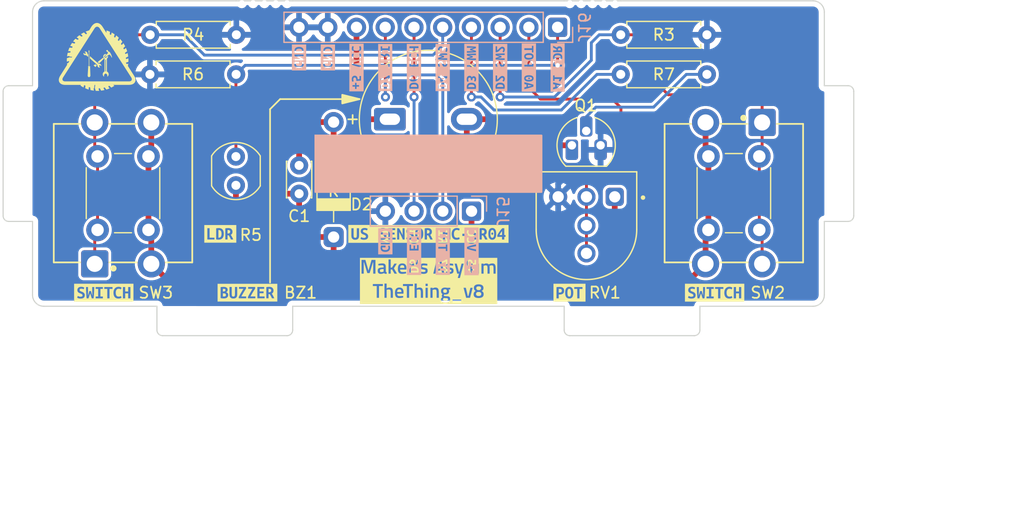
<source format=kicad_pcb>
(kicad_pcb (version 20241229) (generator "pcbnew") (generator_version "9.0")
  (title_block (title "TheThing") (date "2025-07-21") (rev "v8") (company "Maker's Asylum"))
  (layers (0 "F.Cu" signal) (2 "B.Cu" signal) (5 "F.SilkS" user "F.Silkscreen") (7 "B.SilkS" user "B.Silkscreen") (1 "F.Mask" user) (3 "B.Mask" user) (25 "Edge.Cuts" user))
  (net 0 "")
  (net 1 "Net-(D2-A)")
  (net 2 "/Add_on_Board/D6")
  (net 3 "Net-(Q1-B)")
  (net 4 "/Add_on_Board/D7")
  (net 5 "/Add_on_Board/D2")
  (net 6 "/Add_on_Board/D4")
  (net 7 "/Add_on_Board/D3")
  (net 8 "/Add_on_Board/A0")
  (net 9 "/Add_on_Board/5V")
  (net 10 "/Add_on_Board/GND")
  (net 11 "/Add_on_Board/A1")
  (footprint "BagTag:kibuzzard-67A22DF7" (layer "F.Cu") (at 70 125.6)
    (property "Reference" "kibuzzard-67A22DF7" (hide yes))
    (property "Value" "G***" (hide yes))
  )
  (footprint "BagTag:MouseBiteHole_0.5mm" (layer "F.Cu") (at 57.5 105.2 180)
    (property "Reference" "REF**" (hide yes))
    (property "Value" "MouseBiteHole_0.5mm" (hide yes))
  )
  (footprint "BagTag:MouseBiteHole_0.5mm" (layer "F.Cu") (at 85.5 105.2 180)
    (property "Reference" "REF**" (hide yes))
    (property "Value" "MouseBiteHole_0.5mm" (hide yes))
  )
  (footprint "BagTag:kibuzzard-67A22DCA" (layer "F.Cu") (at 41.3 130.8)
    (property "Reference" "kibuzzard-67A22DCA" (hide yes))
    (property "Value" "G***" (hide yes))
  )
  (footprint "BagTag:R_Axial_DIN0207_L6.3mm_D2.5mm_P7.62mm_Horizontal" (layer "F.Cu") (at 45.4 108)
    (property "Reference" "R4")
    (property "Value" "10k")
  )
  (footprint "BagTag:kibuzzard-67A22DE4" (layer "F.Cu") (at 95.3 130.8)
    (property "Reference" "kibuzzard-67A22DE4" (hide yes))
    (property "Value" "G***" (hide yes))
  )
  (footprint "BagTag:SWITCH_PUSH_6mm_12mm" (layer "F.Cu") (at 97 122 -90)
    (property "Reference" "SW2")
    (property "Value" "ON")
  )
  (footprint "BagTag:MouseBiteHole_0.5mm" (layer "F.Cu") (at 56.5 105.2 180)
    (property "Reference" "REF**" (hide yes))
    (property "Value" "MouseBiteHole_0.5mm" (hide yes))
  )
  (footprint "BagTag:R_Axial_DIN0207_L6.3mm_D2.5mm_P7.62mm_Horizontal" (layer "F.Cu") (at 87 108)
    (property "Reference" "R3")
    (property "Value" "10k")
  )
  (footprint "BagTag:MouseBiteHole_0.5mm" (layer "F.Cu") (at 54.5 105.2 180)
    (property "Reference" "REF**" (hide yes))
    (property "Value" "MouseBiteHole_0.5mm" (hide yes))
  )
  (footprint "BagTag:MouseBiteHole_0.5mm" (layer "F.Cu") (at 86.5 105.2 180)
    (property "Reference" "REF**" (hide yes))
    (property "Value" "MouseBiteHole_0.5mm" (hide yes))
  )
  (footprint "BagTag:MouseBiteHole_0.5mm" (layer "F.Cu") (at 84.5 105.2 180)
    (property "Reference" "REF**" (hide yes))
    (property "Value" "MouseBiteHole_0.5mm" (hide yes))
  )
  (footprint "BagTag:R_LDR_4.9x4.2mm_P2.54mm_Vertical" (layer "F.Cu") (at 52.982 121.308 90)
    (property "Reference" "R5")
    (property "Value" "LDR")
  )
  (footprint "BagTag:TRIM_601040" (layer "F.Cu") (at 83.97 125.194 180)
    (property "Reference" "RV1")
    (property "Value" "100k")
  )
  (footprint "BagTag:C_Disc_D3.0mm_W2.0mm_P2.50mm" (layer "F.Cu") (at 58.57 122.05 90)
    (property "Reference" "C1")
    (property "Value" "100n")
  )
  (footprint "BagTag:TO-92_HandSolder" (layer "F.Cu") (at 82.68 117.77)
    (property "Reference" "Q1")
    (property "Value" "BC547")
  )
  (footprint "BagTag:D_DO-41_SOD81_P10.16mm_Horizontal" (layer "F.Cu") (at 61.618 125.88 90)
    (property "Reference" "D2")
    (property "Value" "1N5819")
  )
  (footprint "BagTag:R_Axial_DIN0207_L6.3mm_D2.5mm_P7.62mm_Horizontal" (layer "F.Cu") (at 53 111.5 180)
    (property "Reference" "R6")
    (property "Value" "10k")
  )
  (footprint "BagTag:MouseBiteHole_0.5mm" (layer "F.Cu") (at 55.5 105.2 180)
    (property "Reference" "REF**" (hide yes))
    (property "Value" "MouseBiteHole_0.5mm" (hide yes))
  )
  (footprint "BagTag:MouseBiteHole_0.5mm" (layer "F.Cu") (at 83.5 105.2 180)
    (property "Reference" "REF**" (hide yes))
    (property "Value" "MouseBiteHole_0.5mm" (hide yes))
  )
  (footprint "BagTag:MouseBiteHole_0.5mm" (layer "F.Cu") (at 53.5 105.2 180)
    (property "Reference" "REF**" (hide yes))
    (property "Value" "MouseBiteHole_0.5mm" (hide yes))
  )
  (footprint "BagTag:SWITCH_PUSH_6mm_12mm" (layer "F.Cu") (at 43 122 90)
    (property "Reference" "SW3")
    (property "Value" "ON")
  )
  (footprint "BagTag:Buzzer_12x9.5RM7.6" (layer "F.Cu") (at 69.99 115.466)
    (property "Reference" "BZ1")
    (property "Value" "Buzzer_WT-1205")
  )
  (footprint "BagTag:kibuzzard-67A22DDD" (layer "F.Cu") (at 82.47 130.8)
    (property "Reference" "kibuzzard-67A22DDD" (hide yes))
    (property "Value" "G***" (hide yes))
  )
  (footprint "BagTag:MouseBiteHole_0.5mm" (layer "F.Cu") (at 82.5 105.2 180)
    (property "Reference" "REF**" (hide yes))
    (property "Value" "MouseBiteHole_0.5mm" (hide yes))
  )
  (footprint "BagTag:kibuzzard-67A22DD3" (layer "F.Cu") (at 51.6 125.6)
    (property "Reference" "kibuzzard-67A22DD3" (hide yes))
    (property "Value" "G***" (hide yes))
  )
  (footprint "BagTag:R_Axial_DIN0207_L6.3mm_D2.5mm_P7.62mm_Horizontal" (layer "F.Cu") (at 87 111.5)
    (property "Reference" "R7")
    (property "Value" "100E")
  )
  (footprint "BagTag:kibuzzard-681BBDCE" (layer "F.Cu") (at 54 130.8)
    (property "Reference" "kibuzzard-681BBDCE" (hide yes))
    (property "Value" "G***" (hide yes))
  )
  (footprint "BagTag:PinSocket_1x04_P2.54mm_Vertical" (layer "B.Cu") (at 73.81 123.594 90)
    (property "Reference" "J15")
    (property "Value" "HC-SR04")
  )
  (footprint "BagTag:kibuzzard-688B11BF" (layer "B.Cu") (at 68.73 127.15 90)
    (property "Reference" "kibuzzard-688B11BF" (hide yes))
    (property "Value" "G***" (hide yes))
  )
  (footprint "BagTag:kibuzzard-681CE6D9" (layer "B.Cu") (at 61.11 110.005 90)
    (property "Reference" "kibuzzard-681CE6D9" (hide yes))
    (property "Value" "G***" (hide yes))
  )
  (footprint "BagTag:kibuzzard-688B11B5" (layer "B.Cu") (at 71.27 127.15 90)
    (property "Reference" "kibuzzard-688B11B5" (hide yes))
    (property "Value" "G***" (hide yes))
  )
  (footprint "BagTag:kibuzzard-67A122C1" (layer "B.Cu") (at 66.19 126.261 90)
    (property "Reference" "kibuzzard-67A122C1" (hide yes))
    (property "Value" "G***" (hide yes))
  )
  (footprint "BagTag:kibuzzard-681CE715" (layer "B.Cu") (at 81.42 110.894 90)
    (property "Reference" "kibuzzard-681CE715" (hide yes))
    (property "Value" "G***" (hide yes))
  )
  (footprint "BagTag:kibuzzard-681CE705" (layer "B.Cu") (at 73.8 110.894 90)
    (property "Reference" "kibuzzard-681CE705" (hide yes))
    (property "Value" "G***" (hide yes))
  )
  (footprint "BagTag:kibuzzard-681CE710" (layer "B.Cu") (at 78.88 110.894 90)
    (property "Reference" "kibuzzard-681CE710" (hide yes))
    (property "Value" "G***" (hide yes))
  )
  (footprint "BagTag:kibuzzard-681CE6E0" (layer "B.Cu") (at 63.64 110.894 90)
    (property "Reference" "kibuzzard-681CE6E0" (hide yes))
    (property "Value" "G***" (hide yes))
  )
  (footprint "BagTag:kibuzzard-67A122A3" (layer "B.Cu") (at 73.81 127.15 90)
    (property "Reference" "kibuzzard-67A122A3" (hide yes))
    (property "Value" "G***" (hide yes))
  )
  (footprint "BagTag:kibuzzard-681CE70B" (layer "B.Cu") (at 76.34 110.894 90)
    (property "Reference" "kibuzzard-681CE70B" (hide yes))
    (property "Value" "G***" (hide yes))
  )
  (footprint "BagTag:kibuzzard-681CE6FF" (layer "B.Cu") (at 71.26 110.894 90)
    (property "Reference" "kibuzzard-681CE6FF" (hide yes))
    (property "Value" "G***" (hide yes))
  )
  (footprint "BagTag:PinHeader_1x10_P2.54mm_Vertical" (layer "B.Cu") (at 81.42 107.338 90)
    (property "Reference" "J16")
    (property "Value" "Conn_01x10" (hide yes))
  )
  (footprint "BagTag:kibuzzard-681CE6A6" (layer "B.Cu") (at 58.56 110.005 90)
    (property "Reference" "kibuzzard-681CE6A6" (hide yes))
    (property "Value" "G***" (hide yes))
  )
  (footprint "BagTag:kibuzzard-687E0202" (layer "B.Cu") (at 68.72 110.894 90)
    (property "Reference" "kibuzzard-687E0202" (hide yes))
    (property "Value" "G***" (hide yes))
  )
  (footprint "BagTag:kibuzzard-687E020C" (layer "B.Cu") (at 66.18 110.894 90)
    (property "Reference" "kibuzzard-687E020C" (hide yes))
    (property "Value" "G***" (hide yes))
  )
  (gr_poly (pts (xy 39.695103 109.481608) (xy 39.700604 109.482016) (xy 39.706446 109.482735) (xy 39.712613 109.483794) (xy 39.719091 109.485225) (xy 39.725863 109.48706) (xy 39.732915 109.489329) (xy 39.740229 109.492062) (xy 39.747792 109.495292) (xy 39.755588 109.499049) (xy 39.7636 109.503364) (xy 39.771814 109.508268) (xy 39.780214 109.513792) (xy 39.788785 109.519968) (xy 39.79751 109.526825) (xy 39.806375 109.534396) (xy 39.811168 109.538921) (xy 39.815632 109.543558) (xy 39.819782 109.548298) (xy 39.82363 109.553128) (xy 39.827189 109.558038) (xy 39.830473 109.563016) (xy 39.833493 109.568051) (xy 39.836265 109.573132) (xy 39.8388 109.578248) (xy 39.841111 109.583388) (xy 39.845117 109.593694) (xy 39.848386 109.603962) (xy 39.851024 109.614101) (xy 39.853134 109.624024) (xy 39.854822 109.63364) (xy 39.857349 109.651598) (xy 39.859442 109.667261) (xy 39.860587 109.674009) (xy 39.861938 109.679916) (xy 39.862184 109.681093) (xy 39.862914 109.682635) (xy 39.864118 109.684532) (xy 39.865782 109.686779) (xy 39.867897 109.689367) (xy 39.870449 109.692288) (xy 39.87682 109.699099) (xy 39.884804 109.70715) (xy 39.894308 109.716379) (xy 39.905237 109.726725) (xy 39.9175 109.738125) (xy 39.920146 109.738125) (xy 39.920146 109.96302) (xy 39.783885 109.848919) (xy 39.761138 109.830083) (xy 39.743785 109.816052) (xy 39.737267 109.810985) (xy 39.732261 109.807293) (xy 39.72882 109.805036) (xy 39.727704 109.804463) (xy 39.727 109.80427) (xy 39.724354 109.80427) (xy 39.719781 109.804498) (xy 39.71406 109.805097) (xy 39.69955 109.806916) (xy 39.690945 109.807888) (xy 39.681566 109.808735) (xy 39.671505 109.809335) (xy 39.666247 109.809502) (xy 39.660854 109.809562) (xy 39.655337 109.809496) (xy 39.649708 109.809283) (xy 39.643977 109.808899) (xy 39.638158 109.808322) (xy 39.632261 109.807527) (xy 39.626298 109.806492) (xy 39.620281 109.805194) (xy 39.614221 109.803609) (xy 39.608131 109.801714) (xy 39.602021 109.799485) (xy 39.595903 109.7969) (xy 39.589789 109.793935) (xy 39.58369 109.790567) (xy 39.577619 109.786773) (xy 39.571586 109.782529) (xy 39.565604 109.777812) (xy 39.557973 109.770839) (xy 39.550939 109.763821) (xy 39.544478 109.756775) (xy 39.538567 109.749721) (xy 39.533184 109.742674) (xy 39.528304 109.735652) (xy 39.523905 109.728672) (xy 39.519964 109.721753) (xy 39.516456 109.714912) (xy 39.513359 109.708165) (xy 39.51065 109.701531) (xy 39.508305 109.695026) (xy 39.506302 109.688669) (xy 39.504616 109.682477) (xy 39.503224 109.676466) (xy 39.502104 109.670656) (xy 39.501232 109.665062) (xy 39.500585 109.659703) (xy 39.499872 109.649758) (xy 39.499779 109.64096) (xy 39.50012 109.633449) (xy 39.500709 109.627364) (xy 39.50136 109.622845) (xy 39.502104 109.619062) (xy 39.544437 109.616416) (xy 39.63175 109.693145) (xy 39.650271 109.685208) (xy 39.671438 109.669333) (xy 39.672174 109.668814) (xy 39.672895 109.668251) (xy 39.674295 109.667002) (xy 39.675641 109.665606) (xy 39.676936 109.664083) (xy 39.678185 109.66245) (xy 39.679391 109.660729) (xy 39.680558 109.658937) (xy 39.68169 109.657096) (xy 39.683866 109.653339) (xy 39.685948 109.649613) (xy 39.687969 109.646073) (xy 39.688965 109.644422) (xy 39.689958 109.642875) (xy 39.690918 109.639866) (xy 39.691808 109.636792) (xy 39.692621 109.633648) (xy 39.693348 109.630431) (xy 39.693983 109.627136) (xy 39.694516 109.623759) (xy 39.694941 109.620298) (xy 39.69525 109.616747) (xy 39.695435 109.613103) (xy 39.695488 109.609362) (xy 39.695401 109.605521) (xy 39.695167 109.601575) (xy 39.694778 109.59752) (xy 39.694227 109.593353) (xy 39.693505 109.58907) (xy 39.692604 109.584666) (xy 39.6 109.5) (xy 39.600496 109.499545) (xy 39.601116 109.499023) (xy 39.601984 109.498346) (xy 39.603101 109.497545) (xy 39.603752 109.497108) (xy 39.604465 109.496651) (xy 39.60524 109.496179) (xy 39.606077 109.495695) (xy 39.606976 109.495203) (xy 39.607938 109.494708) (xy 39.63175 109.48677) (xy 39.635967 109.485783) (xy 39.64068 109.484827) (xy 39.645889 109.483934) (xy 39.651594 109.483133) (xy 39.657795 109.482456) (xy 39.664492 109.481934) (xy 39.671686 109.481598) (xy 39.679375 109.481479) (xy 39.689958 109.481479)) (stroke (width -0.000001)) (fill yes) (layer "F.SilkS"))
  (gr_poly (pts (xy 40.687438 110.711795) (xy 40.687438 110.722379) (xy 40.671563 110.735608) (xy 40.66098 110.743546) (xy 40.631876 110.770004) (xy 40.626584 110.775295) (xy 40.616001 110.785878) (xy 40.610709 110.793816) (xy 40.602772 110.804399) (xy 40.594834 110.814983) (xy 40.586897 110.828212) (xy 40.578959 110.841441) (xy 40.555147 110.849379) (xy 40.536626 110.833503) (xy 40.518105 110.817628) (xy 40.50223 110.801753) (xy 40.486355 110.785878) (xy 40.47048 110.770003) (xy 40.454605 110.754128) (xy 40.43873 110.738252) (xy 40.422855 110.722377) (xy 40.420209 110.719731) (xy 40.417564 110.717085) (xy 40.414918 110.711794) (xy 40.412272 110.706502) (xy 40.409626 110.70121) (xy 40.409626 110.682689) (xy 40.412272 110.680043) (xy 40.412272 110.674751) (xy 40.422855 110.674751) (xy 40.425501 110.672105) (xy 40.430793 110.669459) (xy 40.436084 110.669459) (xy 40.494292 110.650938) (xy 40.499584 110.650938) (xy 40.50223 110.648292) (xy 40.507521 110.645646) (xy 40.512813 110.643) (xy 40.515459 110.640354) (xy 40.52075 110.637708) (xy 40.523396 110.635062) (xy 40.531334 110.62448) (xy 40.541917 110.619188) (xy 40.544563 110.616542) (xy 40.547209 110.613896) (xy 40.549855 110.613896) (xy 40.5525 110.61125) (xy 40.555146 110.61125) (xy 40.557792 110.608604) (xy 40.565729 110.600666)) (stroke (width -0.000001)) (fill yes) (layer "F.SilkS"))
  (gr_poly (pts (xy 41.476883 109.698566) (xy 41.485776 109.698975) (xy 41.494608 109.699693) (xy 41.49899 109.700178) (xy 41.503346 109.700752) (xy 41.507671 109.70142) (xy 41.511961 109.702184) (xy 41.516212 109.703049) (xy 41.52042 109.704018) (xy 41.524582 109.705096) (xy 41.528693 109.706287) (xy 41.532751 109.707594) (xy 41.53675 109.70902) (xy 41.526167 109.719604) (xy 41.512937 109.732833) (xy 41.499708 109.746062) (xy 41.494417 109.751354) (xy 41.489125 109.756645) (xy 41.475896 109.767229) (xy 41.462667 109.777812) (xy 41.436209 109.801625) (xy 41.422979 109.801625) (xy 41.356834 109.870416) (xy 41.356834 109.957729) (xy 41.422979 110.015937) (xy 41.512937 110.015937) (xy 41.571146 109.957729) (xy 41.571146 109.939208) (xy 41.584375 109.928625) (xy 41.610833 109.907458) (xy 41.637292 109.886292) (xy 41.66375 109.865125) (xy 41.671688 109.857187) (xy 41.673548 109.864132) (xy 41.67516 109.871078) (xy 41.676524 109.878023) (xy 41.677641 109.884968) (xy 41.678509 109.891914) (xy 41.679129 109.898859) (xy 41.679501 109.905804) (xy 41.679625 109.912749) (xy 41.67951 109.919919) (xy 41.679165 109.927037) (xy 41.678594 109.934101) (xy 41.677801 109.941104) (xy 41.676789 109.948044) (xy 41.675561 109.954916) (xy 41.674122 109.961714) (xy 41.672473 109.968436) (xy 41.670619 109.975076) (xy 41.668563 109.981631) (xy 41.666309 109.988095) (xy 41.663859 109.994465) (xy 41.661217 110.000737) (xy 41.658387 110.006905) (xy 41.655371 110.012965) (xy 41.652175 110.018914) (xy 41.648799 110.024746) (xy 41.645249 110.030458) (xy 41.641528 110.036044) (xy 41.637638 110.041501) (xy 41.633583 110.046825) (xy 41.629368 110.05201) (xy 41.624994 110.057054) (xy 41.620466 110.06195) (xy 41.615786 110.066695) (xy 41.610959 110.071285) (xy 41.605988 110.075714) (xy 41.600875 110.07998) (xy 41.595625 110.084077) (xy 41.590241 110.088001) (xy 41.584726 110.091747) (xy 41.579083 110.095312) (xy 41.579083 111.248895) (xy 41.595602 111.256947) (xy 41.611397 111.266181) (xy 41.626423 111.276539) (xy 41.64064 111.287963) (xy 41.654004 111.300394) (xy 41.666473 111.313775) (xy 41.678004 111.328048) (xy 41.688555 111.343153) (xy 41.698082 111.359034) (xy 41.706543 111.375632) (xy 41.713896 111.392889) (xy 41.720098 111.410746) (xy 41.725106 111.429146) (xy 41.728877 111.448031) (xy 41.73137 111.467342) (xy 41.732541 111.487021) (xy 41.73211 111.502302) (xy 41.73083 111.51737) (xy 41.728721 111.532198) (xy 41.725802 111.546759) (xy 41.722093 111.561025) (xy 41.717612 111.574969) (xy 41.712379 111.588564) (xy 41.706413 111.601784) (xy 41.699735 111.6146) (xy 41.692362 111.626986) (xy 41.684316 111.638915) (xy 41.675614 111.650359) (xy 41.666277 111.661292) (xy 41.656323 111.671686) (xy 41.645773 111.681515) (xy 41.634645 111.69075) (xy 41.610832 111.69075) (xy 41.610832 111.526708) (xy 41.467958 111.415583) (xy 41.327728 111.526708) (xy 41.327728 111.69075) (xy 41.303916 111.69075) (xy 41.292788 111.681515) (xy 41.282238 111.671686) (xy 41.272284 111.661292) (xy 41.262947 111.65036) (xy 41.254245 111.638915) (xy 41.246199 111.626986) (xy 41.238826 111.6146) (xy 41.232148 111.601784) (xy 41.226182 111.588564) (xy 41.22095 111.574969) (xy 41.216469 111.561025) (xy 41.212759 111.546759) (xy 41.20984 111.532198) (xy 41.207731 111.51737) (xy 41.206451 111.502302) (xy 41.20602 111.487021) (xy 41.206213 111.477139) (xy 41.206785 111.467342) (xy 41.207729 111.457637) (xy 41.209038 111.448031) (xy 41.210703 111.438532) (xy 41.212718 111.429146) (xy 41.215073 111.419882) (xy 41.217761 111.410746) (xy 41.220775 111.401746) (xy 41.224107 111.392889) (xy 41.227749 111.384182) (xy 41.231693 111.375632) (xy 41.235932 111.367247) (xy 41.240457 111.359034) (xy 41.245262 111.351001) (xy 41.250338 111.343154) (xy 41.255677 111.3355) (xy 41.261273 111.328048) (xy 41.267116 111.320804) (xy 41.273199 111.313776) (xy 41.279516 111.30697) (xy 41.286057 111.300395) (xy 41.292815 111.294057) (xy 41.299782 111.287963) (xy 41.306951 111.282122) (xy 41.314313 111.276539) (xy 41.321862 111.271224) (xy 41.329589 111.266181) (xy 41.337486 111.26142) (xy 41.345546 111.256948) (xy 41.353762 111.25277) (xy 41.362124 111.248896) (xy 41.362124 110.227604) (xy 41.438854 110.227604) (xy 41.438854 111.211854) (xy 41.43886 111.213833) (xy 41.438896 111.215781) (xy 41.438935 111.216734) (xy 41.438994 111.217667) (xy 41.439076 111.218578) (xy 41.439185 111.219461) (xy 41.439325 111.220313) (xy 41.4395 111.22113) (xy 41.439714 111.221908) (xy 41.439971 111.222644) (xy 41.440116 111.222995) (xy 41.440274 111.223333) (xy 41.440444 111.223659) (xy 41.440627 111.223972) (xy 41.440824 111.224271) (xy 41.441035 111.224557) (xy 41.44126 111.224827) (xy 41.4415 111.225083) (xy 41.442524 111.22654) (xy 41.443609 111.22793) (xy 41.444756 111.229251) (xy 41.445965 111.230499) (xy 41.447237 111.231669) (xy 41.44857 111.232757) (xy 41.449965 111.23376) (xy 41.451422 111.234674) (xy 41.452942 111.235495) (xy 41.454523 111.236219) (xy 41.456166 111.236843) (xy 41.457872 111.237361) (xy 41.459639 111.237771) (xy 41.461468 111.238069) (xy 41.46336 111.238251) (xy 41.465313 111.238312) (xy 41.466297 111.238297) (xy 41.467266 111.238251) (xy 41.46822 111.238175) (xy 41.469158 111.238069) (xy 41.47008 111.237935) (xy 41.470987 111.237771) (xy 41.471878 111.23758) (xy 41.472754 111.237361) (xy 41.473615 111.237115) (xy 41.474459 111.236843) (xy 41.475289 111.236544) (xy 41.476103 111.236219) (xy 41.476901 111.23587) (xy 41.477684 111.235495) (xy 41.478451 111.235096) (xy 41.479203 111.234674) (xy 41.47994 111.234228) (xy 41.480661 111.23376) (xy 41.481366 111.233269) (xy 41.482056 111.232757) (xy 41.483389 111.231669) (xy 41.48466 111.230499) (xy 41.485869 111.229251) (xy 41.487017 111.22793) (xy 41.488102 111.22654) (xy 41.489125 111.225083) (xy 41.491771 111.211854) (xy 41.491771 110.227604) (xy 41.49174 110.226364) (xy 41.491648 110.225127) (xy 41.491497 110.223894) (xy 41.491285 110.222669) (xy 41.491016 110.221453) (xy 41.49069 110.22025) (xy 41.490307 110.219061) (xy 41.48987 110.217889) (xy 41.489378 110.216736) (xy 41.488832 110.215605) (xy 41.488234 110.214499) (xy 41.487585 110.213419) (xy 41.486886 110.212368) (xy 41.486137 110.211349) (xy 41.48534 110.210363) (xy 41.484495 110.209414) (xy 41.483604 110.208503) (xy 41.482667 110.207634) (xy 41.481686 110.206809) (xy 41.480661 110.206029) (xy 41.479593 110.205298) (xy 41.478484 110.204618) (xy 41.477334 110.203991) (xy 41.476144 110.203419) (xy 41.474916 110.202906) (xy 41.47365 110.202454) (xy 41.472347 110.202064) (xy 41.471008 110.20174) (xy 41.469634 110.201483) (xy 41.468226 110.201297) (xy 41.466785 110.201184) (xy 41.465313 110.201146) (xy 41.464073 110.201176) (xy 41.462836 110.201268) (xy 41.461603 110.20142) (xy 41.460378 110.201631) (xy 41.459162 110.201901) (xy 41.457959 110.202227) (xy 41.45677 110.202609) (xy 41.455598 110.203047) (xy 41.454445 110.203539) (xy 41.453314 110.204085) (xy 41.452208 110.204682) (xy 41.451128 110.205331) (xy 41.450077 110.206031) (xy 41.449057 110.20678) (xy 41.448072 110.207577) (xy 41.447123 110.208422) (xy 41.446212 110.209313) (xy 41.445343 110.21025) (xy 41.444517 110.211231) (xy 41.443738 110.212256) (xy 41.443007 110.213324) (xy 41.442326 110.214433) (xy 41.441699 110.215583) (xy 41.441128 110.216773) (xy 41.440615 110.218001) (xy 41.440163 110.219267) (xy 41.439773 110.22057) (xy 41.439449 110.221909) (xy 41.439192 110.223283) (xy 41.439006 110.224691) (xy 41.438893 110.226131) (xy 41.438854 110.227604) (xy 41.362124 110.227604) (xy 41.362124 110.100604) (xy 41.348895 110.092666) (xy 41.34254 110.088109) (xy 41.336374 110.08337) (xy 41.330402 110.078452) (xy 41.324628 110.07336) (xy 41.319055 110.068097) (xy 41.313688 110.062668) (xy 41.30853 110.057076) (xy 41.303585 110.051325) (xy 41.298858 110.045419) (xy 41.294351 110.039362) (xy 41.290069 110.033158) (xy 41.286015 110.02681) (xy 41.282195 110.020323) (xy 41.27861 110.0137) (xy 41.275266 110.006945) (xy 41.272166 110.000062) (xy 41.269778 109.99507) (xy 41.267572 109.990016) (xy 41.265544 109.9849) (xy 41.263691 109.979722) (xy 41.262008 109.974482) (xy 41.260492 109.96918) (xy 41.259139 109.963816) (xy 41.257945 109.95839) (xy 41.256905 109.952902) (xy 41.256017 109.947352) (xy 41.255276 109.94174) (xy 41.254679 109.936066) (xy 41.254221 109.93033) (xy 41.253898 109.924532) (xy 41.253708 109.918672) (xy 41.253645 109.912749) (xy 41.253922 109.901659) (xy 41.254744 109.890722) (xy 41.256098 109.87995) (xy 41.257971 109.869357) (xy 41.260349 109.858956) (xy 41.26322 109.848759) (xy 41.266571 109.838781) (xy 41.270388 109.829034) (xy 41.274659 109.819531) (xy 41.27937 109.810285) (xy 41.284509 109.801309) (xy 41.290062 109.792617) (xy 41.296016 109.784222) (xy 41.302357 109.776136) (xy 41.309074 109.768372) (xy 41.316153 109.760945) (xy 41.323581 109.753866) (xy 41.331344 109.747149) (xy 41.33943 109.740807) (xy 41.347826 109.734853) (xy 41.356518 109.729301) (xy 41.365493 109.724162) (xy 41.374739 109.719451) (xy 41.384242 109.71518) (xy 41.393989 109.711363) (xy 41.403968 109.708012) (xy 41.414164 109.705141) (xy 41.424565 109.702762) (xy 41.435158 109.70089) (xy 41.44593 109.699536) (xy 41.456868 109.698714) (xy 41.467958 109.698437)) (stroke (width -0.000001)) (fill yes) (layer "F.SilkS"))
  (gr_line (start 56 129.9) (end 56 114.577) (stroke (width 0.15)) (layer "F.SilkS"))
  (gr_line (start 56.889 113.688) (end 63.904 113.688) (stroke (width 0.15)) (layer "F.SilkS"))
  (gr_poly (pts (xy 40.185427 109.98348) (xy 40.304247 110.090476) (xy 40.426229 110.19865) (xy 40.544894 110.302018) (xy 40.65376 110.394596) (xy 40.746349 110.470401) (xy 40.784514 110.500142) (xy 40.816179 110.523447) (xy 40.840535 110.539565) (xy 40.856771 110.54775) (xy 40.871742 110.548282) (xy 40.888728 110.548535) (xy 40.897909 110.548858) (xy 40.907512 110.549471) (xy 40.917511 110.550495) (xy 40.927878 110.552049) (xy 40.938586 110.554255) (xy 40.949608 110.557232) (xy 40.960917 110.561101) (xy 40.972485 110.565981) (xy 40.984286 110.571993) (xy 40.990265 110.575461) (xy 40.996292 110.579257) (xy 41.002364 110.583396) (xy 41.008477 110.587893) (xy 41.014628 110.592763) (xy 41.020813 110.598021) (xy 41.028189 110.605009) (xy 41.034954 110.612071) (xy 41.041134 110.619186) (xy 41.046754 110.626334) (xy 41.05184 110.633496) (xy 41.056415 110.640652) (xy 41.060506 110.647781) (xy 41.064138 110.654864) (xy 41.067336 110.661882) (xy 41.070125 110.668814) (xy 41.07253 110.67564) (xy 41.074577 110.682341) (xy 41.07629 110.688896) (xy 41.077695 110.695286) (xy 41.078818 110.701492) (xy 41.079682 110.707492) (xy 41.080314 110.713267) (xy 41.080739 110.718798) (xy 41.081067 110.729046) (xy 41.080868 110.738077) (xy 41.080344 110.745732) (xy 41.079124 110.75628) (xy 41.078832 110.758854) (xy 41.078854 110.759397) (xy 41.079021 110.759417) (xy 41.04727 110.762062) (xy 40.957313 110.680042) (xy 40.951055 110.682418) (xy 40.945174 110.685067) (xy 40.939657 110.687968) (xy 40.934492 110.6911) (xy 40.929669 110.694441) (xy 40.925175 110.697971) (xy 40.920999 110.701666) (xy 40.917129 110.705508) (xy 40.913554 110.709473) (xy 40.910261 110.713541) (xy 40.90724 110.71769) (xy 40.904479 110.721899) (xy 40.901965 110.726148) (xy 40.899688 110.730413) (xy 40.897636 110.734675) (xy 40.895797 110.738911) (xy 40.892712 110.747223) (xy 40.89034 110.755179) (xy 40.888588 110.762608) (xy 40.887364 110.769338) (xy 40.886573 110.775201) (xy 40.886123 110.780025) (xy 40.885875 110.785875) (xy 40.973188 110.870541) (xy 40.969384 110.87265) (xy 40.964816 110.874867) (xy 40.958635 110.877487) (xy 40.954979 110.878861) (xy 40.950967 110.880231) (xy 40.946613 110.881562) (xy 40.941934 110.88282) (xy 40.936944 110.883969) (xy 40.93166 110.884975) (xy 40.926097 110.885802) (xy 40.920271 110.886417) (xy 40.912333 110.88836) (xy 40.908365 110.889254) (xy 40.904396 110.890055) (xy 40.900427 110.890732) (xy 40.896458 110.891254) (xy 40.894474 110.891447) (xy 40.89249 110.89159) (xy 40.890505 110.891678) (xy 40.888521 110.891708) (xy 40.883468 110.89158) (xy 40.878237 110.891181) (xy 40.872836 110.890487) (xy 40.867272 110.889476) (xy 40.861552 110.888123) (xy 40.855686 110.886406) (xy 40.84968 110.884302) (xy 40.843542 110.881786) (xy 40.83728 110.878837) (xy 40.830902 110.87543) (xy 40.824415 110.871543) (xy 40.817828 110.867151) (xy 40.811147 110.862233) (xy 40.804381 110.856764) (xy 40.797538 110.850722) (xy 40.790625 110.844083) (xy 40.786043 110.839234) (xy 40.781716 110.83413) (xy 40.777638 110.828793) (xy 40.7738 110.823247) (xy 40.770194 110.817515) (xy 40.766813 110.81162) (xy 40.763649 110.805585) (xy 40.760694 110.799435) (xy 40.755382 110.786877) (xy 40.750814 110.774134) (xy 40.746928 110.76139) (xy 40.743662 110.748833) (xy 40.740954 110.736648) (xy 40.738742 110.725021) (xy 40.735559 110.704185) (xy 40.732417 110.677396) (xy 40.715291 110.659655) (xy 40.66933 110.617327) (xy 40.51149 110.476643) (xy 40.07625 110.095313) (xy 40.07625 109.883646)) (stroke (width -0.000001)) (fill yes) (layer "F.SilkS"))
  (gr_poly (pts (xy 40.729682 106.955373) (xy 40.762618 106.959349) (xy 40.795461 106.965977) (xy 40.828164 106.975255) (xy 40.860681 106.987185) (xy 40.892966 107.001765) (xy 40.924972 107.018997) (xy 40.956652 107.038879) (xy 40.98796 107.061413) (xy 41.01885 107.086597) (xy 41.049274 107.114433) (xy 41.079187 107.144919) (xy 41.108542 107.178057) (xy 41.137292 107.213845) (xy 41.165391 107.252285) (xy 41.192793 107.293375) (xy 41.536751 107.827833) (xy 41.536751 107.618813) (xy 41.576315 107.630972) (xy 41.61563 107.643659) (xy 41.654697 107.656903) (xy 41.693517 107.670737) (xy 41.732088 107.685191) (xy 41.770411 107.700296) (xy 41.808486 107.716083) (xy 41.846313 107.732583) (xy 41.833084 107.923083) (xy 41.832857 107.925833) (xy 41.832736 107.929013) (xy 41.832754 107.933171) (xy 41.83302 107.938134) (xy 41.833642 107.943733) (xy 41.83473 107.949798) (xy 41.836392 107.956156) (xy 41.837471 107.959393) (xy 41.838735 107.962639) (xy 41.840197 107.965874) (xy 41.841869 107.969075) (xy 41.843767 107.972223) (xy 41.845903 107.975295) (xy 41.84829 107.97827) (xy 41.850944 107.981126) (xy 41.853876 107.983844) (xy 41.857101 107.9864) (xy 41.860632 107.988774) (xy 41.864483 107.990945) (xy 41.868667 107.992891) (xy 41.873198 107.994591) (xy 41.878089 107.996023) (xy 41.883355 107.997167) (xy 41.888689 107.998021) (xy 41.893781 107.998609) (xy 41.898636 107.99894) (xy 41.903261 107.999027) (xy 41.907661 107.998882) (xy 41.911842 107.998515) (xy 41.915809 107.99794) (xy 41.91957 107.997167) (xy 41.923129 107.996207) (xy 41.926492 107.995074) (xy 41.929665 107.993777) (xy 41.932654 107.99233) (xy 41.935465 107.990743) (xy 41.938104 107.989028) (xy 41.940575 107.987196) (xy 41.942886 107.98526) (xy 41.945042 107.983232) (xy 41.947049 107.981121) (xy 41.948912 107.978941) (xy 41.950638 107.976703) (xy 41.952232 107.974418) (xy 41.953699 107.972098) (xy 41.956281 107.967401) (xy 41.958428 107.962704) (xy 41.960187 107.958099) (xy 41.961606 107.953681) (xy 41.96273 107.949542) (xy 41.989188 107.801375) (xy 42.023791 107.819483) (xy 42.058145 107.838086) (xy 42.092252 107.857186) (xy 42.12611 107.876781) (xy 42.15972 107.896873) (xy 42.193083 107.917461) (xy 42.226197 107.938545) (xy 42.259063 107.960125) (xy 42.214084 108.145333) (xy 42.213397 108.14799) (xy 42.212058 108.155173) (xy 42.211484 108.160093) (xy 42.211154 108.165704) (xy 42.211204 108.171858) (xy 42.211769 108.178406) (xy 42.212287 108.181783) (xy 42.212985 108.185203) (xy 42.21388 108.188648) (xy 42.214988 108.192101) (xy 42.216327 108.195541) (xy 42.217914 108.198952) (xy 42.219765 108.202314) (xy 42.221897 108.205609) (xy 42.224328 108.208819) (xy 42.227075 108.211925) (xy 42.230153 108.214909) (xy 42.233581 108.217753) (xy 42.237376 108.220438) (xy 42.241553 108.222945) (xy 42.246131 108.225257) (xy 42.251126 108.227354) (xy 42.256242 108.228945) (xy 42.261175 108.230253) (xy 42.265929 108.231288) (xy 42.270504 108.232062) (xy 42.274906 108.232586) (xy 42.279136 108.232871) (xy 42.283197 108.232929) (xy 42.287092 108.23277) (xy 42.290825 108.232406) (xy 42.294398 108.231847) (xy 42.297814 108.231105) (xy 42.301076 108.230191) (xy 42.304187 108.229117) (xy 42.307149 108.227892) (xy 42.309967 108.226529) (xy 42.312641 108.225039) (xy 42.315177 108.223433) (xy 42.317575 108.221721) (xy 42.31984 108.219915) (xy 42.321974 108.218027) (xy 42.32398 108.216066) (xy 42.325861 108.214046) (xy 42.327621 108.211975) (xy 42.329261 108.209867) (xy 42.332194 108.20558) (xy 42.334687 108.201273) (xy 42.33676 108.197036) (xy 42.338438 108.192958) (xy 42.349683 108.164722) (xy 42.366881 108.119867) (xy 42.383086 108.0765) (xy 42.388647 108.061034) (xy 42.391355 108.052729) (xy 42.422097 108.076785) (xy 42.452747 108.101305) (xy 42.48321 108.12626) (xy 42.513394 108.151617) (xy 42.543206 108.177347) (xy 42.572553 108.203418) (xy 42.601342 108.229799) (xy 42.62948 108.256458) (xy 42.552751 108.431083) (xy 42.551712 108.433641) (xy 42.549402 108.440633) (xy 42.548148 108.445472) (xy 42.54703 108.451036) (xy 42.546199 108.457196) (xy 42.545805 108.463826) (xy 42.546001 108.470796) (xy 42.546367 108.474369) (xy 42.546937 108.47798) (xy 42.54773 108.481612) (xy 42.548764 108.485249) (xy 42.55006 108.488875) (xy 42.551634 108.492475) (xy 42.553508 108.496032) (xy 42.555698 108.499531) (xy 42.558225 108.502955) (xy 42.561107 108.506288) (xy 42.564363 108.509515) (xy 42.568011 108.512619) (xy 42.572072 108.515585) (xy 42.576563 108.518396) (xy 42.581214 108.520956) (xy 42.585741 108.523188) (xy 42.590146 108.525103) (xy 42.594428 108.526716) (xy 42.598587 108.528038) (xy 42.602625 108.529081) (xy 42.606542 108.529859) (xy 42.610339 108.530385) (xy 42.614015 108.53067) (xy 42.617571 108.530727) (xy 42.621009 108.530569) (xy 42.624328 108.530209) (xy 42.627528 108.529659) (xy 42.630611 108.528931) (xy 42.633576 108.528039) (xy 42.636425 108.526995) (xy 42.639157 108.525811) (xy 42.641774 108.5245) (xy 42.644276 108.523075) (xy 42.646662 108.521548) (xy 42.648934 108.519932) (xy 42.651093 108.51824) (xy 42.653138 108.516483) (xy 42.65507 108.514675) (xy 42.65689 108.512829) (xy 42.658597 108.510956) (xy 42.661679 108.507182) (xy 42.664319 108.503455) (xy 42.666521 108.499875) (xy 42.70687 108.432076) (xy 42.730517 108.392347) (xy 42.738868 108.378079) (xy 42.74325 108.370229) (xy 42.79472 108.428313) (xy 42.820222 108.457805) (xy 42.845446 108.487638) (xy 42.870297 108.517843) (xy 42.894683 108.548451) (xy 42.918511 108.579493) (xy 42.941688 108.611) (xy 42.835855 108.76975) (xy 42.834351 108.772096) (xy 42.83077 108.778597) (xy 42.828636 108.783153) (xy 42.826506 108.788446) (xy 42.824555 108.794375) (xy 42.822956 108.800838) (xy 42.821885 108.807736) (xy 42.821601 108.811316) (xy 42.821514 108.814967) (xy 42.821647 108.818676) (xy 42.82202 108.82243) (xy 42.822656 108.826218) (xy 42.823576 108.830025) (xy 42.824803 108.833841) (xy 42.826357 108.837651) (xy 42.828261 108.841445) (xy 42.830537 108.845208) (xy 42.833206 108.848928) (xy 42.83629 108.852594) (xy 42.839812 108.856191) (xy 42.843792 108.859708) (xy 42.847977 108.863005) (xy 42.852099 108.865957) (xy 42.856154 108.868578) (xy 42.860142 108.870881) (xy 42.86406 108.872877) (xy 42.867907 108.874579) (xy 42.871679 108.876001) (xy 42.875376 108.877154) (xy 42.878996 108.878052) (xy 42.882536 108.878706) (xy 42.885995 108.879129) (xy 42.88937 108.879335) (xy 42.892661 108.879335) (xy 42.895864 108.879143) (xy 42.898977 108.87877) (xy 42.902 108.878229) (xy 42.90493 108.877534) (xy 42.907765 108.876696) (xy 42.910503 108.875728) (xy 42.913142 108.874643) (xy 42.91568 108.873453) (xy 42.918116 108.872171) (xy 42.920447 108.87081) (xy 42.922671 108.869382) (xy 42.924787 108.8679) (xy 42.926792 108.866376) (xy 42.930464 108.863253) (xy 42.93367 108.860115) (xy 42.936396 108.857063) (xy 42.945052 108.847833) (xy 42.958017 108.833333) (xy 42.990305 108.796208) (xy 43.020112 108.761068) (xy 43.029977 108.749048) (xy 43.034292 108.743292) (xy 43.055758 108.776272) (xy 43.076543 108.809686) (xy 43.096707 108.843472) (xy 43.116313 108.877568) (xy 43.135423 108.911912) (xy 43.154099 108.946442) (xy 43.190396 109.015812) (xy 43.058104 109.153396) (xy 43.056244 109.155416) (xy 43.051655 109.161126) (xy 43.048802 109.165201) (xy 43.045826 109.169999) (xy 43.042911 109.175457) (xy 43.040245 109.181508) (xy 43.038012 109.188085) (xy 43.037117 109.191551) (xy 43.0364 109.195124) (xy 43.035885 109.198796) (xy 43.035594 109.202559) (xy 43.035551 109.206404) (xy 43.03578 109.210322) (xy 43.036303 109.214307) (xy 43.037144 109.21835) (xy 43.038326 109.222442) (xy 43.039873 109.226575) (xy 43.041807 109.230741) (xy 43.044151 109.234931) (xy 43.04693 109.239139) (xy 43.050167 109.243354) (xy 43.053879 109.247387) (xy 43.057573 109.25106) (xy 43.061244 109.254387) (xy 43.064889 109.257379) (xy 43.068506 109.26005) (xy 43.07209 109.262411) (xy 43.075638 109.264476) (xy 43.079147 109.266257) (xy 43.082613 109.267767) (xy 43.086033 109.269018) (xy 43.089404 109.270023) (xy 43.092722 109.270794) (xy 43.095984 109.271345) (xy 43.099186 109.271687) (xy 43.102326 109.271833) (xy 43.105399 109.271797) (xy 43.108402 109.27159) (xy 43.111332 109.271224) (xy 43.114185 109.270714) (xy 43.116959 109.270071) (xy 43.119649 109.269307) (xy 43.122252 109.268436) (xy 43.124765 109.267471) (xy 43.127185 109.266422) (xy 43.131731 109.264129) (xy 43.135862 109.261658) (xy 43.139551 109.259109) (xy 43.142771 109.256583) (xy 43.153091 109.248692) (xy 43.168775 109.236119) (xy 43.207924 109.203997) (xy 43.259187 109.161333) (xy 43.288374 109.233267) (xy 43.302441 109.269606) (xy 43.316073 109.306193) (xy 43.329209 109.343028) (xy 43.341787 109.380111) (xy 43.353745 109.417442) (xy 43.365021 109.455021) (xy 43.211562 109.568792) (xy 43.209345 109.570481) (xy 43.203749 109.575365) (xy 43.200177 109.578917) (xy 43.196354 109.583163) (xy 43.192476 109.588068) (xy 43.188742 109.593596) (xy 43.185349 109.599714) (xy 43.183842 109.602983) (xy 43.182494 109.606386) (xy 43.181331 109.609919) (xy 43.180376 109.613578) (xy 43.179655 109.617357) (xy 43.179192 109.621254) (xy 43.179012 109.625262) (xy 43.17914 109.629379) (xy 43.1796 109.6336) (xy 43.180417 109.637919) (xy 43.181616 109.642334) (xy 43.183221 109.646839) (xy 43.185258 109.651431) (xy 43.18775 109.656104) (xy 43.190509 109.660641) (xy 43.193323 109.664832) (xy 43.196189 109.668689) (xy 43.199098 109.672222) (xy 43.202047 109.675444) (xy 43.205028 109.678365) (xy 43.208037 109.680996) (xy 43.211067 109.683348) (xy 43.214112 109.685433) (xy 43.217167 109.687262) (xy 43.220226 109.688846) (xy 43.223283 109.690195) (xy 43.226332 109.691322) (xy 43.229368 109.692237) (xy 43.232384 109.692952) (xy 43.235375 109.693477) (xy 43.238335 109.693823) (xy 43.241258 109.694003) (xy 43.244139 109.694027) (xy 43.246971 109.693906) (xy 43.249749 109.693651) (xy 43.252467 109.693273) (xy 43.257699 109.692195) (xy 43.262621 109.69076) (xy 43.267187 109.689058) (xy 43.27135 109.687178) (xy 43.275062 109.685208) (xy 43.345838 109.64519) (xy 43.385939 109.622328) (xy 43.399138 109.614634) (xy 43.404708 109.611125) (xy 43.413385 109.648952) (xy 43.421534 109.687027) (xy 43.429125 109.72535) (xy 43.436127 109.763922) (xy 43.442509 109.802741) (xy 43.44824 109.841808) (xy 43.453289 109.881124) (xy 43.457625 109.920687) (xy 43.288292 110.005354) (xy 43.285832 110.006599) (xy 43.279527 110.010356) (xy 43.275437 110.013186) (xy 43.270991 110.016656) (xy 43.266389 110.020768) (xy 43.261833 110.025528) (xy 43.259636 110.028152) (xy 43.257526 110.03094) (xy 43.255529 110.033891) (xy 43.253669 110.037006) (xy 43.251971 110.040286) (xy 43.250462 110.043731) (xy 43.249166 110.047342) (xy 43.248108 110.051119) (xy 43.247314 110.055062) (xy 43.246809 110.059173) (xy 43.246617 110.063451) (xy 43.246765 110.067898) (xy 43.247277 110.072513) (xy 43.248178 110.077297) (xy 43.249494 110.082251) (xy 43.25125 110.087375) (xy 43.253288 110.092415) (xy 43.255427 110.097123) (xy 43.257661 110.10151) (xy 43.259984 110.105585) (xy 43.262387 110.109358) (xy 43.264866 110.112838) (xy 43.267412 110.116035) (xy 43.270019 110.118959) (xy 43.272681 110.12162) (xy 43.27539 110.124026) (xy 43.278139 110.126189) (xy 43.280923 110.128116) (xy 43.283734 110.129819) (xy 43.286565 110.131307) (xy 43.289409 110.13259) (xy 43.292261 110.133677) (xy 43.295112 110.134578) (xy 43.297957 110.135302) (xy 43.300788 110.13586) (xy 43.303599 110.136261) (xy 43.306382 110.136514) (xy 43.309132 110.13663) (xy 43.314502 110.136488) (xy 43.319656 110.135912) (xy 43.324538 110.134979) (xy 43.329095 110.133767) (xy 43.333271 110.132354) (xy 43.4735 110.082083) (xy 43.475443 110.119373) (xy 43.477138 110.156166) (xy 43.478337 110.19296) (xy 43.478673 110.211512) (xy 43.478792 110.230249) (xy 43.478673 110.250972) (xy 43.478337 110.271508) (xy 43.477139 110.31227) (xy 43.475444 110.353033) (xy 43.4735 110.394291) (xy 43.290938 110.449854) (xy 43.287796 110.450929) (xy 43.284241 110.452365) (xy 43.282076 110.453335) (xy 43.279693 110.454484) (xy 43.277125 110.455819) (xy 43.274402 110.457347) (xy 43.271554 110.459077) (xy 43.268614 110.461016) (xy 43.265611 110.463172) (xy 43.262578 110.465553) (xy 43.259545 110.468167) (xy 43.256542 110.471021) (xy 43.248604 110.471021) (xy 43.320042 110.582145) (xy 43.400409 110.569247) (xy 43.441709 110.562426) (xy 43.455801 110.559899) (xy 43.462917 110.558333) (xy 43.456468 110.607942) (xy 43.449026 110.657552) (xy 43.440593 110.707161) (xy 43.431167 110.756771) (xy 43.970917 111.608729) (xy 43.996517 111.650896) (xy 44.019262 111.692528) (xy 44.039181 111.733572) (xy 44.056302 111.773974) (xy 44.070654 111.813681) (xy 44.082265 111.852638) (xy 44.091164 111.890792) (xy 44.09738 111.928089) (xy 44.10094 111.964475) (xy 44.101875 111.999897) (xy 44.100211 112.0343) (xy 44.095979 112.067631) (xy 44.089206 112.099836) (xy 44.079921 112.130861) (xy 44.068153 112.160653) (xy 44.05393 112.189158) (xy 44.037281 112.216322) (xy 44.018234 112.242091) (xy 43.996818 112.266411) (xy 43.973062 112.289229) (xy 43.946993 112.310491) (xy 43.918642 112.330144) (xy 43.888036 112.348132) (xy 43.855203 112.364403) (xy 43.820173 112.378903) (xy 43.782974 112.391578) (xy 43.743635 112.402374) (xy 43.702184 112.411237) (xy 43.65865 112.418115) (xy 43.613061 112.422952) (xy 43.565446 112.425695) (xy 43.515834 112.426291) (xy 42.132063 112.426291) (xy 42.160092 112.449607) (xy 42.193579 112.477884) (xy 42.222104 112.502193) (xy 42.23525 112.513603) (xy 42.20227 112.53507) (xy 42.168856 112.555854) (xy 42.13507 112.576018) (xy 42.100974 112.595624) (xy 42.06663 112.614734) (xy 42.0321 112.63341) (xy 41.96273 112.669707) (xy 41.825146 112.537416) (xy 41.823126 112.535555) (xy 41.817416 112.530966) (xy 41.813342 112.528114) (xy 41.808543 112.525137) (xy 41.803085 112.522223) (xy 41.797034 112.519556) (xy 41.790457 112.517324) (xy 41.786991 112.516429) (xy 41.783418 112.515712) (xy 41.779746 112.515196) (xy 41.775983 112.514905) (xy 41.772139 112.514863) (xy 41.76822 112.515091) (xy 41.764235 112.515615) (xy 41.760192 112.516456) (xy 41.756101 112.517638) (xy 41.751968 112.519184) (xy 41.747801 112.521118) (xy 41.743611 112.523463) (xy 41.739404 112.526242) (xy 41.735188 112.529478) (xy 41.731155 112.53319) (xy 41.727482 112.536884) (xy 41.724155 112.540555) (xy 41.721163 112.544201) (xy 41.718493 112.547817) (xy 41.716131 112.551401) (xy 41.714066 112.554949) (xy 41.712285 112.558458) (xy 41.710775 112.561924) (xy 41.709524 112.565345) (xy 41.708519 112.568715) (xy 41.707748 112.572033) (xy 41.707198 112.575295) (xy 41.706855 112.578498) (xy 41.706709 112.581637) (xy 41.706745 112.58471) (xy 41.706953 112.587713) (xy 41.707318 112.590643) (xy 41.707828 112.593496) (xy 41.708471 112.59627) (xy 41.709235 112.59896) (xy 41.710106 112.601563) (xy 41.711072 112.604077) (xy 41.71212 112.606496) (xy 41.714413 112.611042) (xy 41.716884 112.615173) (xy 41.719433 112.618862) (xy 41.721959 112.622082) (xy 41.72985 112.632402) (xy 41.742423 112.648086) (xy 41.774545 112.687236) (xy 41.817209 112.738499) (xy 41.745275 112.767685) (xy 41.708936 112.781752) (xy 41.672349 112.795384) (xy 41.635515 112.80852) (xy 41.598431 112.821098) (xy 41.5611 112.833056) (xy 41.523521 112.844332) (xy 41.409751 112.690874) (xy 41.408061 112.688657) (xy 41.403177 112.68306) (xy 41.399625 112.679489) (xy 41.395379 112.675665) (xy 41.390475 112.671788) (xy 41.384946 112.668053) (xy 41.378828 112.66466) (xy 41.375559 112.663153) (xy 41.372156 112.661806) (xy 41.368623 112.660642) (xy 41.364964 112.659688) (xy 41.361185 112.658966) (xy 41.357289 112.658504) (xy 41.35328 112.658324) (xy 41.349163 112.658451) (xy 41.344943 112.658911) (xy 41.340623 112.659728) (xy 41.336208 112.660927) (xy 41.331703 112.662532) (xy 41.327111 112.664569) (xy 41.322438 112.667061) (xy 41.317901 112.66982) (xy 41.31371 112.672635) (xy 41.309854 112.6755) (xy 41.30632 112.678409) (xy 41.303098 112.681358) (xy 41.300178 112.684339) (xy 41.297546 112.687348) (xy 41.295194 112.690378) (xy 41.293109 112.693423) (xy 41.29128 112.696478) (xy 41.289697 112.699537) (xy 41.288347 112.702594) (xy 41.28722 112.705643) (xy 41.286305 112.708679) (xy 41.285591 112.711695) (xy 41.285065 112.714686) (xy 41.284719 112.717646) (xy 41.284539 112.72057) (xy 41.284515 112.72345) (xy 41.284637 112.726283) (xy 41.284892 112.729061) (xy 41.285269 112.731778) (xy 41.286347 112.737011) (xy 41.287782 112.741933) (xy 41.289484 112.746498) (xy 41.291364 112.750661) (xy 41.293334 112.754374) (xy 41.334344 112.82515) (xy 41.35733 112.865251) (xy 41.364668 112.878449) (xy 41.367417 112.884019) (xy 41.32883 112.892696) (xy 41.290399 112.900845) (xy 41.252029 112.908437) (xy 41.213628 112.915439) (xy 41.175103 112.921821) (xy 41.136361 112.927552) (xy 41.09731 112.932601) (xy 41.057855 112.936936) (xy 40.973188 112.767603) (xy 40.971943 112.765143) (xy 40.968186 112.758839) (xy 40.965356 112.754748) (xy 40.961886 112.750302) (xy 40.957773 112.7457) (xy 40.953013 112.741145) (xy 40.950389 112.738948) (xy 40.947602 112.736837) (xy 40.944651 112.73484) (xy 40.941536 112.73298) (xy 40.938256 112.731283) (xy 40.934811 112.729773) (xy 40.9312 112.728477) (xy 40.927423 112.72742) (xy 40.92348 112.726625) (xy 40.919369 112.72612) (xy 40.91509 112.725928) (xy 40.910644 112.726076) (xy 40.906029 112.726588) (xy 40.901245 112.727489) (xy 40.896291 112.728805) (xy 40.891167 112.730561) (xy 40.886127 112.732599) (xy 40.881418 112.734738) (xy 40.877031 112.736972) (xy 40.872956 112.739295) (xy 40.869184 112.741699) (xy 40.865704 112.744177) (xy 40.862506 112.746723) (xy 40.859582 112.74933) (xy 40.856922 112.751992) (xy 40.854516 112.754701) (xy 40.852353 112.757451) (xy 40.850425 112.760234) (xy 40.848722 112.763045) (xy 40.847234 112.765876) (xy 40.845952 112.768721) (xy 40.844865 112.771572) (xy 40.843964 112.774423) (xy 40.84324 112.777268) (xy 40.842682 112.780099) (xy 40.842281 112.78291) (xy 40.842028 112.785693) (xy 40.841912 112.788443) (xy 40.842054 112.793814) (xy 40.84263 112.798967) (xy 40.843563 112.803849) (xy 40.844775 112.808406) (xy 40.846188 112.812582) (xy 40.896459 112.952812) (xy 40.859169 112.954755) (xy 40.822375 112.95645) (xy 40.785581 112.957648) (xy 40.76703 112.957984) (xy 40.748292 112.958103) (xy 40.727569 112.957984) (xy 40.707033 112.957648) (xy 40.666271 112.95645) (xy 40.625508 112.954755) (xy 40.58425 112.952812) (xy 40.531333 112.77025) (xy 40.530259 112.767108) (xy 40.528822 112.763552) (xy 40.527852 112.761387) (xy 40.526703 112.759005) (xy 40.525369 112.756436) (xy 40.52384 112.753713) (xy 40.52211 112.750866) (xy 40.520171 112.747925) (xy 40.518015 112.744923) (xy 40.515634 112.741889) (xy 40.51302 112.738856) (xy 40.510167 112.735854) (xy 40.544562 112.431583) (xy 40.478417 112.431583) (xy 40.446667 112.722624) (xy 40.442573 112.723925) (xy 40.43872 112.725344) (xy 40.435102 112.726875) (xy 40.431712 112.72851) (xy 40.428542 112.730245) (xy 40.425587 112.732071) (xy 40.422839 112.733985) (xy 40.420291 112.735978) (xy 40.417937 112.738044) (xy 40.415771 112.740178) (xy 40.413784 112.742373) (xy 40.411971 112.744623) (xy 40.410325 112.746921) (xy 40.408838 112.749262) (xy 40.407505 112.751638) (xy 40.406318 112.754044) (xy 40.40527 112.756473) (xy 40.404355 112.758919) (xy 40.403567 112.761375) (xy 40.402897 112.763836) (xy 40.401888 112.768746) (xy 40.401274 112.773598) (xy 40.401002 112.778341) (xy 40.401016 112.782926) (xy 40.401263 112.787301) (xy 40.401688 112.791416) (xy 40.428146 112.939583) (xy 40.389456 112.934374) (xy 40.350797 112.928669) (xy 40.3122 112.922468) (xy 40.273696 112.91577) (xy 40.235315 112.908577) (xy 40.19709 112.900887) (xy 40.159051 112.892702) (xy 40.121229 112.88402) (xy 40.100063 112.69352) (xy 40.099722 112.690792) (xy 40.099191 112.68766) (xy 40.098326 112.683599) (xy 40.097059 112.678793) (xy 40.095319 112.673429) (xy 40.093036 112.667693) (xy 40.091669 112.664743) (xy 40.090141 112.66177) (xy 40.088442 112.658798) (xy 40.086563 112.655848) (xy 40.084497 112.652945) (xy 40.082234 112.650112) (xy 40.079766 112.647372) (xy 40.077083 112.644748) (xy 40.074178 112.642264) (xy 40.071041 112.639942) (xy 40.067664 112.637807) (xy 40.064038 112.635881) (xy 40.060154 112.634187) (xy 40.056003 112.632749) (xy 40.051578 112.63159) (xy 40.046868 112.630734) (xy 40.041866 112.630203) (xy 40.036563 112.630021) (xy 40.031244 112.630135) (xy 40.026198 112.630471) (xy 40.021417 112.631019) (xy 40.016895 112.631767) (xy 40.012624 112.632705) (xy 40.008599 112.633823) (xy 40.004812 112.635109) (xy 40.001257 112.636552) (xy 39.997927 112.638144) (xy 39.994815 112.639871) (xy 39.991913 112.641725) (xy 39.989217 112.643694) (xy 39.986718 112.645768) (xy 39.98441 112.647936) (xy 39.982285 112.650187) (xy 39.980339 112.65251) (xy 39.978563 112.654896) (xy 39.97695 112.657333) (xy 39.975495 112.659811) (xy 39.974189 112.662318) (xy 39.973027 112.664846) (xy 39.972002 112.667381) (xy 39.970334 112.672437) (xy 39.969131 112.677399) (xy 39.968339 112.682183) (xy 39.967904 112.686703) (xy 39.967771 112.690875) (xy 39.967771 112.841687) (xy 39.928208 112.829528) (xy 39.888892 112.816841) (xy 39.849825 112.803597) (xy 39.811005 112.789763) (xy 39.772434 112.775309) (xy 39.734111 112.760204) (xy 39.696036 112.744417) (xy 39.658209 112.727916) (xy 39.671438 112.537416) (xy 39.671665 112.534667) (xy 39.671787 112.531487) (xy 39.671768 112.527329) (xy 39.671502 112.522366) (xy 39.67088 112.516767) (xy 39.669792 112.510702) (xy 39.66813 112.504343) (xy 39.667051 112.501107) (xy 39.665787 112.497861) (xy 39.664325 112.494626) (xy 39.662653 112.491424) (xy 39.660755 112.488277) (xy 39.658619 112.485205) (xy 39.656232 112.48223) (xy 39.653578 112.479373) (xy 39.650646 112.476656) (xy 39.647421 112.4741) (xy 39.64389 112.471726) (xy 39.640039 112.469555) (xy 39.635855 112.467609) (xy 39.631324 112.465909) (xy 39.626432 112.464477) (xy 39.621167 112.463333) (xy 39.615825 112.462479) (xy 39.610712 112.461891) (xy 39.605823 112.46156) (xy 39.601153 112.461473) (xy 39.596698 112.461618) (xy 39.592454 112.461984) (xy 39.588416 112.46256) (xy 39.58458 112.463333) (xy 39.580942 112.464292) (xy 39.577497 112.465426) (xy 39.574241 112.466723) (xy 39.57117 112.46817) (xy 39.568279 112.469757) (xy 39.565564 112.471472) (xy 39.56302 112.473304) (xy 39.560643 112.475239) (xy 39.55843 112.477268) (xy 39.556374 112.479379) (xy 39.554473 112.481559) (xy 39.552721 112.483797) (xy 39.551115 112.486082) (xy 39.54965 112.488401) (xy 39.548321 112.490744) (xy 39.547125 112.493099) (xy 39.545112 112.497796) (xy 39.543575 112.502401) (xy 39.54248 112.506819) (xy 39.541792 112.510958) (xy 39.539895 112.523293) (xy 39.536542 112.542667) (xy 39.527571 112.591987) (xy 39.515334 112.659125) (xy 39.480731 112.641017) (xy 39.446377 112.622414) (xy 39.41227 112.603314) (xy 39.378412 112.583719) (xy 39.344801 112.563627) (xy 39.311439 112.543039) (xy 39.278325 112.521955) (xy 39.245459 112.500375) (xy 39.261334 112.431583) (xy 37.906667 112.431583) (xy 37.857295 112.430507) (xy 37.809905 112.427313) (xy 37.764527 112.422054) (xy 37.72119 112.414783) (xy 37.679922 112.405553) (xy 37.640753 112.394417) (xy 37.603712 112.381427) (xy 37.568827 112.366636) (xy 37.536129 112.350097) (xy 37.505645 112.331864) (xy 37.477405 112.311988) (xy 37.451439 112.290522) (xy 37.427775 112.267519) (xy 37.406442 112.243033) (xy 37.387469 112.217116) (xy 37.370886 112.18982) (xy 37.356721 112.161199) (xy 37.345004 112.131305) (xy 37.335763 112.100191) (xy 37.329028 112.06791) (xy 37.324828 112.034515) (xy 37.323191 112.000058) (xy 37.324147 111.964593) (xy 37.327086 111.934681) (xy 37.646268 111.934681) (xy 37.646938 111.949416) (xy 37.648709 111.9637) (xy 37.651569 111.977508) (xy 37.655505 111.990819) (xy 37.660506 112.003609) (xy 37.666558 112.015857) (xy 37.673648 112.027538) (xy 37.681765 112.038631) (xy 37.690895 112.049113) (xy 37.701026 112.05896) (xy 37.712145 112.06815) (xy 37.72424 112.076661) (xy 37.737298 112.084469) (xy 37.751307 112.091552) (xy 37.766254 112.097887) (xy 37.782126 112.103451) (xy 37.79891 112.108222) (xy 37.816595 112.112176) (xy 37.835167 112.115292) (xy 37.854615 112.117545) (xy 37.874924 112.118914) (xy 37.896084 112.119375) (xy 43.529063 112.119375) (xy 43.550222 112.118914) (xy 43.570532 112.117545) (xy 43.589979 112.115292) (xy 43.608551 112.112176) (xy 43.626236 112.108222) (xy 43.643021 112.103451) (xy 43.658893 112.097887) (xy 43.673839 112.091552) (xy 43.687848 112.084469) (xy 43.700906 112.076661) (xy 43.713001 112.06815) (xy 43.72412 112.05896) (xy 43.734251 112.049113) (xy 43.743381 112.038631) (xy 43.751498 112.027538) (xy 43.758589 112.015857) (xy 43.76464 112.003609) (xy 43.769641 111.990819) (xy 43.773577 111.977508) (xy 43.776438 111.963699) (xy 43.778209 111.949416) (xy 43.778878 111.934681) (xy 43.778433 111.919517) (xy 43.776861 111.903946) (xy 43.77415 111.887991) (xy 43.770287 111.871676) (xy 43.765259 111.855022) (xy 43.759053 111.838053) (xy 43.751658 111.820792) (xy 43.743061 111.80326) (xy 43.733248 111.785481) (xy 43.722208 111.767479) (xy 40.938792 107.430958) (xy 40.926906 107.413417) (xy 40.914584 107.397007) (xy 40.901855 107.381729) (xy 40.888748 107.367582) (xy 40.875293 107.354567) (xy 40.861517 107.342684) (xy 40.847451 107.331933) (xy 40.833124 107.322314) (xy 40.818564 107.313826) (xy 40.8038 107.30647) (xy 40.788862 107.300245) (xy 40.773779 107.295152) (xy 40.758579 107.291191) (xy 40.743292 107.288362) (xy 40.727947 107.286665) (xy 40.712573 107.286099) (xy 40.697199 107.286665) (xy 40.681854 107.288362) (xy 40.666567 107.291191) (xy 40.651368 107.295152) (xy 40.636284 107.300245) (xy 40.621346 107.30647) (xy 40.606582 107.313826) (xy 40.592022 107.322314) (xy 40.577695 107.331933) (xy 40.563629 107.342684) (xy 40.549853 107.354567) (xy 40.536398 107.367582) (xy 40.523291 107.381729) (xy 40.510562 107.397007) (xy 40.49824 107.413417) (xy 40.486354 107.430958) (xy 37.702938 111.767479) (xy 37.691898 111.785482) (xy 37.682085 111.80326) (xy 37.673488 111.820792) (xy 37.666093 111.838053) (xy 37.659887 111.855022) (xy 37.654859 111.871676) (xy 37.650996 111.887992) (xy 37.648285 111.903946) (xy 37.646713 111.919517) (xy 37.646268 111.934681) (xy 37.327086 111.934681) (xy 37.327726 111.928172) (xy 37.333955 111.890848) (xy 37.342864 111.852673) (xy 37.354483 111.813701) (xy 37.368839 111.773985) (xy 37.385963 111.733577) (xy 37.405884 111.692529) (xy 37.428629 111.650896) (xy 37.45423 111.608729) (xy 38.062771 110.648291) (xy 38.060027 110.634514) (xy 38.057686 110.620923) (xy 38.055655 110.607457) (xy 38.053841 110.594052) (xy 38.050493 110.56718) (xy 38.046896 110.539812) (xy 38.168604 110.478958) (xy 38.247979 110.354604) (xy 38.245965 110.351254) (xy 38.243892 110.348144) (xy 38.241767 110.345267) (xy 38.239592 110.342615) (xy 38.237373 110.340179) (xy 38.235114 110.337954) (xy 38.232819 110.335929) (xy 38.230492 110.334098) (xy 38.228138 110.332454) (xy 38.225762 110.330988) (xy 38.223367 110.329692) (xy 38.220958 110.328559) (xy 38.218539 110.327581) (xy 38.216115 110.32675) (xy 38.21369 110.326059) (xy 38.211269 110.3255) (xy 38.208855 110.325064) (xy 38.206453 110.324745) (xy 38.201703 110.324425) (xy 38.197054 110.324476) (xy 38.192541 110.324838) (xy 38.188198 110.325448) (xy 38.184061 110.326244) (xy 38.180164 110.327164) (xy 38.176542 110.328146) (xy 38.036313 110.378416) (xy 38.03437 110.341127) (xy 38.032675 110.304333) (xy 38.031476 110.26754) (xy 38.03114 110.248988) (xy 38.031021 110.23025) (xy 38.03114 110.209528) (xy 38.031476 110.188991) (xy 38.032675 110.148229) (xy 38.03437 110.107467) (xy 38.036313 110.066208) (xy 38.218875 110.010646) (xy 38.222017 110.009571) (xy 38.225572 110.008134) (xy 38.227738 110.007164) (xy 38.23012 110.006015) (xy 38.232688 110.004681) (xy 38.235412 110.003153) (xy 38.238259 110.001423) (xy 38.241199 109.999484) (xy 38.244202 109.997327) (xy 38.247235 109.994946) (xy 38.250269 109.992333) (xy 38.253271 109.989479) (xy 38.464938 110.013292) (xy 38.504625 109.949792) (xy 38.269146 109.923333) (xy 38.267845 109.919239) (xy 38.266426 109.915387) (xy 38.264896 109.911768) (xy 38.26326 109.908378) (xy 38.261526 109.905208) (xy 38.259699 109.902253) (xy 38.257786 109.899505) (xy 38.255793 109.896958) (xy 38.253726 109.894604) (xy 38.251592 109.892437) (xy 38.249397 109.890451) (xy 38.247147 109.888638) (xy 38.244849 109.886991) (xy 38.242509 109.885505) (xy 38.240133 109.884171) (xy 38.237727 109.882984) (xy 38.235298 109.881937) (xy 38.232852 109.881022) (xy 38.230395 109.880233) (xy 38.227934 109.879563) (xy 38.223024 109.878554) (xy 38.218172 109.877941) (xy 38.213429 109.877668) (xy 38.208845 109.877682) (xy 38.20447 109.877929) (xy 38.200354 109.878354) (xy 38.052188 109.904812) (xy 38.057397 109.866122) (xy 38.063102 109.827463) (xy 38.069303 109.788866) (xy 38.076 109.750362) (xy 38.083194 109.711982) (xy 38.090883 109.673757) (xy 38.099069 109.635718) (xy 38.10775 109.597896) (xy 38.29825 109.576729) (xy 38.300979 109.576388) (xy 38.30411 109.575857) (xy 38.308172 109.574993) (xy 38.312978 109.573725) (xy 38.318342 109.571985) (xy 38.324078 109.569702) (xy 38.327028 109.568336) (xy 38.33 109.566807) (xy 38.332973 109.565108) (xy 38.335922 109.56323) (xy 38.338825 109.561164) (xy 38.341659 109.558901) (xy 38.344399 109.556432) (xy 38.347023 109.55375) (xy 38.349507 109.550844) (xy 38.351829 109.547707) (xy 38.353964 109.54433) (xy 38.35589 109.540704) (xy 38.357584 109.53682) (xy 38.359022 109.53267) (xy 38.360181 109.528244) (xy 38.361037 109.523535) (xy 38.361568 109.518532) (xy 38.36175 109.513229) (xy 38.361636 109.50791) (xy 38.3613 109.502864) (xy 38.360752 109.498083) (xy 38.360004 109.493561) (xy 38.359066 109.489291) (xy 38.357948 109.485266) (xy 38.356662 109.481479) (xy 38.355218 109.477924) (xy 38.353627 109.474593) (xy 38.3519 109.471481) (xy 38.350046 109.46858) (xy 38.348077 109.465883) (xy 38.346003 109.463384) (xy 38.343835 109.461076) (xy 38.341584 109.458952) (xy 38.339261 109.457005) (xy 38.336875 109.455229) (xy 38.334438 109.453616) (xy 38.33196 109.452161) (xy 38.329453 109.450856) (xy 38.326925 109.449694) (xy 38.32439 109.448668) (xy 38.319334 109.447001) (xy 38.314372 109.445798) (xy 38.309588 109.445006) (xy 38.305068 109.44457) (xy 38.300896 109.444437) (xy 38.150084 109.444437) (xy 38.162243 109.404874) (xy 38.17493 109.365558) (xy 38.188174 109.326491) (xy 38.202008 109.287672) (xy 38.216462 109.249101) (xy 38.231567 109.210777) (xy 38.247354 109.172702) (xy 38.263854 109.134875) (xy 38.454355 109.148104) (xy 38.457104 109.148331) (xy 38.460284 109.148453) (xy 38.464442 109.148435) (xy 38.469405 109.148169) (xy 38.475004 109.147546) (xy 38.481069 109.146458) (xy 38.487427 109.144797) (xy 38.490664 109.143717) (xy 38.49391 109.142453) (xy 38.497145 109.140992) (xy 38.500347 109.139319) (xy 38.503494 109.137422) (xy 38.506566 109.135286) (xy 38.509541 109.132898) (xy 38.512397 109.130245) (xy 38.515115 109.127312) (xy 38.517671 109.124087) (xy 38.520045 109.120556) (xy 38.522216 109.116705) (xy 38.524162 109.112521) (xy 38.525862 109.10799) (xy 38.527294 109.103099) (xy 38.528438 109.097833) (xy 38.529292 109.092499) (xy 38.52988 109.087408) (xy 38.530211 109.082552) (xy 38.530298 109.077928) (xy 38.530153 109.073528) (xy 38.529787 109.069347) (xy 38.529211 109.065379) (xy 38.528438 109.061618) (xy 38.527479 109.05806) (xy 38.526345 109.054696) (xy 38.525049 109.051523) (xy 38.523601 109.048534) (xy 38.522014 109.045723) (xy 38.520299 109.043085) (xy 38.518468 109.040613) (xy 38.516532 109.038302) (xy 38.514503 109.036146) (xy 38.512392 109.03414) (xy 38.510212 109.032276) (xy 38.507974 109.030551) (xy 38.505689 109.028957) (xy 38.50337 109.027489) (xy 38.498672 109.024908) (xy 38.493975 109.02276) (xy 38.48937 109.021001) (xy 38.484952 109.019582) (xy 38.480813 109.018458) (xy 38.468478 109.016562) (xy 38.449104 109.013208) (xy 38.399784 109.004237) (xy 38.332646 108.992) (xy 38.350754 108.957397) (xy 38.369357 108.923043) (xy 38.388457 108.888937) (xy 38.408052 108.855078) (xy 38.428144 108.821468) (xy 38.448732 108.788106) (xy 38.469816 108.754991) (xy 38.491396 108.722125) (xy 38.676605 108.767104) (xy 38.679261 108.767791) (xy 38.686444 108.76913) (xy 38.691365 108.769704) (xy 38.696975 108.770034) (xy 38.703129 108.769984) (xy 38.709677 108.769419) (xy 38.713054 108.768901) (xy 38.716474 108.768203) (xy 38.71992 108.767308) (xy 38.723372 108.7662) (xy 38.726812 108.764861) (xy 38.730223 108.763274) (xy 38.733585 108.761423) (xy 38.73688 108.759291) (xy 38.74009 108.75686) (xy 38.743196 108.754113) (xy 38.74618 108.751035) (xy 38.749024 108.747607) (xy 38.751709 108.743812) (xy 38.754216 108.739635) (xy 38.756528 108.735057) (xy 38.758625 108.730062) (xy 38.760216 108.724946) (xy 38.761524 108.720013) (xy 38.762559 108.71526) (xy 38.763333 108.710684) (xy 38.763857 108.706282) (xy 38.764142 108.702052) (xy 38.7642 108.697991) (xy 38.764041 108.694096) (xy 38.763677 108.690363) (xy 38.763118 108.68679) (xy 38.762376 108.683374) (xy 38.761462 108.680112) (xy 38.760388 108.677001) (xy 38.759163 108.674039) (xy 38.757801 108.671221) (xy 38.75631 108.668547) (xy 38.754704 108.666011) (xy 38.752992 108.663613) (xy 38.751186 108.661348) (xy 38.749298 108.659214) (xy 38.747338 108.657208) (xy 38.745317 108.655327) (xy 38.743247 108.653567) (xy 38.741138 108.651928) (xy 38.736851 108.648994) (xy 38.732544 108.646502) (xy 38.728307 108.644428) (xy 38.72423 108.64275) (xy 38.695994 108.631505) (xy 38.651138 108.614307) (xy 38.607772 108.598101) (xy 38.592305 108.592541) (xy 38.584 108.589833) (xy 38.608056 108.559091) (xy 38.632576 108.528442) (xy 38.657531 108.497978) (xy 38.682888 108.467794) (xy 38.708618 108.437982) (xy 38.734689 108.408635) (xy 38.76107 108.379846) (xy 38.78773 108.351708) (xy 38.962355 108.428437) (xy 38.964913 108.429476) (xy 38.971904 108.431786) (xy 38.976743 108.43304) (xy 38.982307 108.434158) (xy 38.988467 108.434989) (xy 38.995097 108.435383) (xy 39.002067 108.435187) (xy 39.00564 108.434821) (xy 39.009251 108.434251) (xy 39.012883 108.433458) (xy 39.01652 108.432424) (xy 39.020146 108.431128) (xy 39.023746 108.429554) (xy 39.027303 108.42768) (xy 39.030802 108.42549) (xy 39.034226 108.422963) (xy 39.037559 108.420081) (xy 39.040786 108.416825) (xy 39.04389 108.413177) (xy 39.046856 108.409116) (xy 39.049667 108.404625) (xy 39.052227 108.399974) (xy 39.054459 108.395446) (xy 39.056375 108.391042) (xy 39.057987 108.38676) (xy 39.059309 108.382601) (xy 39.060352 108.378562) (xy 39.061131 108.374645) (xy 39.061656 108.370849) (xy 39.061941 108.367173) (xy 39.061998 108.363616) (xy 39.061841 108.360179) (xy 39.06148 108.35686) (xy 39.06093 108.35366) (xy 39.060203 108.350577) (xy 39.05931 108.347612) (xy 39.058266 108.344763) (xy 39.057082 108.34203) (xy 39.055771 108.339414) (xy 39.054346 108.336912) (xy 39.052819 108.334526) (xy 39.051203 108.332254) (xy 39.049511 108.330095) (xy 39.047754 108.32805) (xy 39.045946 108.326118) (xy 39.0441 108.324298) (xy 39.042227 108.32259) (xy 39.038453 108.319509) (xy 39.034726 108.316869) (xy 39.031146 108.314666) (xy 38.963347 108.274318) (xy 38.923618 108.25067) (xy 38.90935 108.242319) (xy 38.9015 108.237937) (xy 38.959585 108.186468) (xy 38.989076 108.160965) (xy 39.018909 108.135742) (xy 39.049114 108.110891) (xy 39.079722 108.086505) (xy 39.110764 108.062677) (xy 39.142271 108.0395) (xy 39.301021 108.145333) (xy 39.303367 108.146837) (xy 39.309868 108.150418) (xy 39.314425 108.152552) (xy 39.319718 108.154681) (xy 39.325646 108.156633) (xy 39.33211 108.158232) (xy 39.339007 108.159303) (xy 39.342587 108.159587) (xy 39.346238 108.159673) (xy 39.349947 108.159541) (xy 39.353701 108.159168) (xy 39.357489 108.158532) (xy 39.361297 108.157611) (xy 39.365112 108.156385) (xy 39.368923 108.154831) (xy 39.372716 108.152926) (xy 39.376479 108.150651) (xy 39.3802 108.147982) (xy 39.383865 108.144897) (xy 39.387462 108.141376) (xy 39.390979 108.137396) (xy 39.394276 108.13321) (xy 39.397228 108.129089) (xy 39.39985 108.125033) (xy 39.402152 108.121045) (xy 39.404148 108.117127) (xy 39.405851 108.113281) (xy 39.407272 108.109508) (xy 39.408425 108.105811) (xy 39.409323 108.102191) (xy 39.409977 108.098651) (xy 39.410401 108.095192) (xy 39.410606 108.091817) (xy 39.410606 108.088527) (xy 39.410414 108.085324) (xy 39.410041 108.08221) (xy 39.4095 108.079187) (xy 39.408805 108.076258) (xy 39.407967 108.073423) (xy 39.406999 108.070685) (xy 39.405914 108.068046) (xy 39.404724 108.065508) (xy 39.403443 108.063072) (xy 39.402081 108.060741) (xy 39.400653 108.058517) (xy 39.399171 108.056401) (xy 39.397647 108.054396) (xy 39.394525 108.050724) (xy 39.391387 108.047517) (xy 39.388334 108.044792) (xy 39.379104 108.036136) (xy 39.364604 108.02317) (xy 39.327479 107.990883) (xy 39.292339 107.961076) (xy 39.28032 107.951211) (xy 39.274563 107.946896) (xy 39.307543 107.925429) (xy 39.340957 107.904645) (xy 39.374743 107.884481) (xy 39.408839 107.864875) (xy 39.443183 107.845765) (xy 39.477713 107.827089) (xy 39.547084 107.790791) (xy 39.684667 107.923083) (xy 39.686687 107.924943) (xy 39.692398 107.929532) (xy 39.696472 107.932385) (xy 39.701271 107.935361) (xy 39.706728 107.938276) (xy 39.712779 107.940942) (xy 39.719357 107.943175) (xy 39.722823 107.94407) (xy 39.726396 107.944787) (xy 39.730068 107.945303) (xy 39.73383 107.945593) (xy 39.737675 107.945636) (xy 39.741594 107.945407) (xy 39.745579 107.944884) (xy 39.749621 107.944043) (xy 39.753713 107.942861) (xy 39.757846 107.941315) (xy 39.762012 107.939381) (xy 39.766203 107.937036) (xy 39.77041 107.934257) (xy 39.774625 107.931021) (xy 39.778658 107.927308) (xy 39.782332 107.923615) (xy 39.785658 107.919943) (xy 39.78865 107.916298) (xy 39.791321 107.912681) (xy 39.793682 107.909097) (xy 39.795747 107.905549) (xy 39.797528 107.90204) (xy 39.799038 107.898574) (xy 39.800289 107.895154) (xy 39.801294 107.891783) (xy 39.802065 107.888465) (xy 39.802616 107.885203) (xy 39.802958 107.882001) (xy 39.803105 107.878862) (xy 39.803068 107.875789) (xy 39.802861 107.872786) (xy 39.802496 107.869856) (xy 39.801985 107.867002) (xy 39.801342 107.864229) (xy 39.800579 107.861539) (xy 39.799708 107.858935) (xy 39.798742 107.856422) (xy 39.797694 107.854002) (xy 39.795401 107.849456) (xy 39.792929 107.845326) (xy 39.79038 107.841636) (xy 39.787854 107.838416) (xy 39.689959 107.722) (xy 39.761892 107.692813) (xy 39.798231 107.678747) (xy 39.834818 107.665114) (xy 39.871653 107.651978) (xy 39.908736 107.6394) (xy 39.946067 107.627442) (xy 39.983646 107.616166) (xy 40.002167 107.618812) (xy 40.200605 107.293375) (xy 40.228007 107.252285) (xy 40.256106 107.213845) (xy 40.284856 107.178057) (xy 40.314211 107.144919) (xy 40.344124 107.114433) (xy 40.374548 107.086597) (xy 40.405438 107.061413) (xy 40.436746 107.038879) (xy 40.468426 107.018997) (xy 40.500432 107.001765) (xy 40.532717 106.987185) (xy 40.565234 106.975255) (xy 40.597938 106.965977) (xy 40.630781 106.959349) (xy 40.663717 106.955373) (xy 40.696699 106.954047)) (stroke (width -0.000001)) (fill yes) (layer "F.SilkS"))
  (gr_poly (pts (xy 41.251454 110.025901) (xy 41.254798 110.03298) (xy 41.258382 110.039826) (xy 41.262203 110.046447) (xy 41.266256 110.052851) (xy 41.270538 110.059045) (xy 41.275045 110.065039) (xy 41.279773 110.070838) (xy 41.284717 110.076451) (xy 41.289875 110.081886) (xy 41.295243 110.087151) (xy 41.300815 110.092253) (xy 41.30659 110.097199) (xy 41.312561 110.101999) (xy 41.318727 110.106659) (xy 41.325083 110.111187) (xy 41.3145 110.119124) (xy 41.290687 110.140291) (xy 41.266875 110.161458) (xy 41.243062 110.182625) (xy 41.213959 110.206437) (xy 41.192792 110.227604) (xy 41.171625 110.248771) (xy 41.150459 110.269937) (xy 41.10548 110.3255) (xy 41.086959 110.34402) (xy 41.065792 110.362541) (xy 41.044625 110.381062) (xy 41.023459 110.399583) (xy 41.012876 110.410166) (xy 40.999646 110.420749) (xy 40.991709 110.428687) (xy 40.970542 110.449854) (xy 40.962604 110.457791) (xy 40.941438 110.476312) (xy 40.930855 110.484249) (xy 40.914979 110.500124) (xy 40.908272 110.499251) (xy 40.901998 110.498595) (xy 40.896097 110.498124) (xy 40.890505 110.497809) (xy 40.885162 110.497618) (xy 40.880005 110.49752) (xy 40.87 110.497478) (xy 40.862063 110.497478) (xy 40.858403 110.495773) (xy 40.854363 110.493634) (xy 40.845113 110.488053) (xy 40.83425 110.480735) (xy 40.821714 110.471682) (xy 40.807441 110.460891) (xy 40.791369 110.448365) (xy 40.753583 110.418103) (xy 40.758875 110.415458) (xy 40.769458 110.40752) (xy 40.780041 110.396937) (xy 40.79327 110.383707) (xy 40.8065 110.370478) (xy 40.817083 110.359895) (xy 40.830312 110.349312) (xy 40.843541 110.338729) (xy 40.848833 110.336083) (xy 40.854124 110.333437) (xy 40.87 110.320208) (xy 40.885875 110.306979) (xy 40.893812 110.299041) (xy 40.907041 110.288458) (xy 40.92027 110.277874) (xy 40.941437 110.262) (xy 41.057854 110.172041) (xy 41.081666 110.15352) (xy 41.084312 110.150875) (xy 41.086958 110.148229) (xy 41.09225 110.142937) (xy 41.105479 110.132354) (xy 41.118708 110.12177) (xy 41.131937 110.111187) (xy 41.145166 110.100604) (xy 41.158396 110.09002) (xy 41.184854 110.068854) (xy 41.211312 110.047687) (xy 41.237771 110.02652) (xy 41.243062 110.021228) (xy 41.248354 110.018583)) (stroke (width -0.000001)) (fill yes) (layer "F.SilkS"))
  (gr_poly (pts (xy 41.671688 109.399458) (xy 41.674333 109.40475) (xy 41.676979 109.410041) (xy 41.676979 109.417979) (xy 41.679625 109.42327) (xy 41.679625 109.425916) (xy 41.682271 109.428562) (xy 41.682271 109.433854) (xy 41.684917 109.439146) (xy 41.687562 109.441791) (xy 41.690209 109.447083) (xy 41.690209 109.452375) (xy 41.692854 109.452375) (xy 41.692854 109.455021) (xy 41.6955 109.460312) (xy 41.698146 109.462958) (xy 41.698146 109.465604) (xy 41.700792 109.465604) (xy 41.703438 109.46825) (xy 41.706083 109.470896) (xy 41.706083 109.473541) (xy 41.708729 109.473541) (xy 41.711375 109.476187) (xy 41.714021 109.478833) (xy 41.716667 109.481479) (xy 41.719313 109.481479) (xy 41.719313 109.484125) (xy 41.724604 109.484125) (xy 41.72725 109.48677) (xy 41.751062 109.48677) (xy 41.753709 109.484125) (xy 41.756354 109.484125) (xy 41.764292 109.48677) (xy 41.774875 109.492062) (xy 41.782813 109.494708) (xy 41.79075 109.5) (xy 41.798688 109.505291) (xy 41.806625 109.513229) (xy 41.814563 109.518521) (xy 41.819854 109.526458) (xy 41.827792 109.534396) (xy 41.835729 109.542333) (xy 41.843667 109.552916) (xy 41.851604 109.560854) (xy 41.856896 109.571437) (xy 41.864833 109.58202) (xy 41.870125 109.59525) (xy 41.878062 109.605833) (xy 41.891292 109.629646) (xy 41.904521 109.650812) (xy 41.909812 109.664041) (xy 41.915105 109.674625) (xy 41.928334 109.698437) (xy 41.938917 109.719604) (xy 41.9495 109.743416) (xy 41.957437 109.764583) (xy 41.962729 109.777812) (xy 41.968021 109.788396) (xy 41.975958 109.812208) (xy 41.98125 109.822791) (xy 41.983896 109.833375) (xy 41.989188 109.846604) (xy 41.991833 109.857187) (xy 41.997125 109.867771) (xy 41.999771 109.881) (xy 42.002417 109.891583) (xy 42.005063 109.902166) (xy 42.007709 109.912749) (xy 42.013 109.925979) (xy 42.015646 109.936562) (xy 42.018292 109.947145) (xy 42.020938 109.970958) (xy 42.031521 110.000062) (xy 42.028875 110.002708) (xy 42.023584 110.005354) (xy 42.018292 110.005354) (xy 42.013 110.008) (xy 41.994479 110.008) (xy 41.986542 110.005354) (xy 41.978604 109.989479) (xy 41.973313 109.973604) (xy 41.968021 109.955083) (xy 41.960084 109.941854) (xy 41.957437 109.933916) (xy 41.952146 109.925979) (xy 41.944208 109.912749) (xy 41.938917 109.89952) (xy 41.930979 109.886291) (xy 41.925688 109.878354) (xy 41.920396 109.873062) (xy 41.912458 109.859833) (xy 41.904521 109.84925) (xy 41.896583 109.838666) (xy 41.886 109.828083) (xy 41.875417 109.8175) (xy 41.872771 109.812208) (xy 41.867479 109.806916) (xy 41.856896 109.798979) (xy 41.85425 109.793687) (xy 41.85425 109.78575) (xy 41.851604 109.780458) (xy 41.848958 109.775166) (xy 41.846313 109.769875) (xy 41.843667 109.767229) (xy 41.841021 109.764583) (xy 41.838375 109.761937) (xy 41.835729 109.756646) (xy 41.833084 109.756646) (xy 41.827792 109.754) (xy 41.809271 109.754) (xy 41.803979 109.756646) (xy 41.801334 109.756646) (xy 41.798688 109.759291) (xy 41.79075 109.764583) (xy 41.785458 109.764583) (xy 41.782813 109.767229) (xy 41.772229 109.77252) (xy 41.764292 109.775166) (xy 41.756354 109.777812) (xy 41.751062 109.780458) (xy 41.745771 109.783104) (xy 41.743125 109.783104) (xy 41.740479 109.78575) (xy 41.735188 109.78575) (xy 41.729896 109.788396) (xy 41.724604 109.788396) (xy 41.716667 109.791041) (xy 41.698146 109.791041) (xy 41.669042 109.814854) (xy 41.642583 109.836021) (xy 41.613479 109.857187) (xy 41.587021 109.881) (xy 41.560562 109.902166) (xy 41.47325 109.978895) (xy 41.467958 109.978895) (xy 41.401813 109.920687) (xy 41.401813 109.881) (xy 41.486479 109.806916) (xy 41.499708 109.793687) (xy 41.512937 109.783104) (xy 41.51823 109.775166) (xy 41.523521 109.769875) (xy 41.53675 109.756646) (xy 41.549979 109.743416) (xy 41.563209 109.732833) (xy 41.576438 109.719604) (xy 41.579083 109.714312) (xy 41.581729 109.711666) (xy 41.589667 109.706375) (xy 41.616125 109.679916) (xy 41.616125 109.671979) (xy 41.618771 109.666687) (xy 41.621417 109.664041) (xy 41.624063 109.65875) (xy 41.624063 109.656104) (xy 41.626709 109.653458) (xy 41.634646 109.648166) (xy 41.637292 109.642875) (xy 41.639937 109.640229) (xy 41.647875 109.634937) (xy 41.650521 109.632291) (xy 41.655813 109.629646) (xy 41.658458 109.61377) (xy 41.658458 109.579375) (xy 41.655813 109.574083) (xy 41.655813 109.560854) (xy 41.653167 109.555562) (xy 41.650521 109.55027) (xy 41.650521 109.544979) (xy 41.647875 109.542333) (xy 41.645229 109.537041) (xy 41.642583 109.53175) (xy 41.639937 109.529104) (xy 41.637292 109.523812) (xy 41.632 109.521166) (xy 41.629354 109.515875) (xy 41.621417 109.510583) (xy 41.610834 109.505291) (xy 41.602896 109.5) (xy 41.589667 109.494708) (xy 41.584375 109.494708) (xy 41.579083 109.492062) (xy 41.573792 109.492062) (xy 41.565854 109.489416) (xy 41.515583 109.417979) (xy 41.51823 109.412687) (xy 41.51823 109.407396) (xy 41.520875 109.402104) (xy 41.520875 109.396812) (xy 41.523521 109.391521) (xy 41.526167 109.386229) (xy 41.528813 109.383583) (xy 41.534104 109.378291) (xy 41.53675 109.375646) (xy 41.539396 109.370354) (xy 41.542042 109.367708) (xy 41.547333 109.365062) (xy 41.549979 109.362416) (xy 41.555271 109.359771) (xy 41.557917 109.357125) (xy 41.563209 109.354479) (xy 41.5685 109.351833) (xy 41.573792 109.349187) (xy 41.579083 109.346541) (xy 41.584375 109.343895) (xy 41.592313 109.34125) (xy 41.597604 109.34125) (xy 41.605542 109.338604) (xy 41.610834 109.335958)) (stroke (width -0.000001)) (fill yes) (layer "F.SilkS"))
  (gr_poly (pts (xy 40.033917 109.502645) (xy 40.018042 109.542333) (xy 40.018042 110.783229) (xy 40.021582 110.783342) (xy 40.026021 110.783642) (xy 40.036232 110.784552) (xy 40.045947 110.785461) (xy 40.049766 110.785761) (xy 40.052438 110.785875) (xy 40.059721 110.786898) (xy 40.066674 110.787988) (xy 40.073279 110.789147) (xy 40.079516 110.790381) (xy 40.085365 110.791691) (xy 40.090807 110.793083) (xy 40.095823 110.794561) (xy 40.098165 110.795332) (xy 40.100393 110.796127) (xy 40.102505 110.796945) (xy 40.104498 110.797786) (xy 40.10637 110.798652) (xy 40.108119 110.799543) (xy 40.109741 110.800459) (xy 40.111236 110.8014) (xy 40.112599 110.802368) (xy 40.113829 110.803362) (xy 40.114924 110.804383) (xy 40.11588 110.805432) (xy 40.116696 110.806509) (xy 40.117369 110.807615) (xy 40.117897 110.80875) (xy 40.118277 110.809914) (xy 40.118506 110.811108) (xy 40.118583 110.812333) (xy 40.118552 110.813294) (xy 40.118454 110.814193) (xy 40.118287 110.81503) (xy 40.118176 110.815426) (xy 40.118046 110.815805) (xy 40.117897 110.81617) (xy 40.117728 110.816519) (xy 40.117538 110.816852) (xy 40.117328 110.81717) (xy 40.117096 110.817472) (xy 40.116843 110.817759) (xy 40.116567 110.81803) (xy 40.116268 110.818286) (xy 40.115947 110.818526) (xy 40.115601 110.818751) (xy 40.115231 110.81896) (xy 40.114837 110.819154) (xy 40.114417 110.819332) (xy 40.113972 110.819495) (xy 40.113501 110.819642) (xy 40.113003 110.819774) (xy 40.111925 110.819991) (xy 40.110734 110.820146) (xy 40.109427 110.820239) (xy 40.108 110.82027) (xy 40.105959 110.822377) (xy 40.103825 110.82472) (xy 40.101629 110.827287) (xy 40.099402 110.830068) (xy 40.097174 110.83305) (xy 40.094978 110.836223) (xy 40.092844 110.839573) (xy 40.090803 110.843091) (xy 40.088885 110.846763) (xy 40.087123 110.850578) (xy 40.085547 110.854526) (xy 40.084188 110.858594) (xy 40.083077 110.86277) (xy 40.082245 110.867043) (xy 40.081723 110.871401) (xy 40.081542 110.875833) (xy 40.083516 110.880034) (xy 40.085428 110.884638) (xy 40.086342 110.887063) (xy 40.087216 110.889553) (xy 40.088044 110.892097) (xy 40.088818 110.894684) (xy 40.08953 110.897302) (xy 40.090172 110.89994) (xy 40.090737 110.902585) (xy 40.091216 110.905226) (xy 40.091602 110.907852) (xy 40.091888 110.910451) (xy 40.092065 110.913011) (xy 40.092126 110.91552) (xy 40.115938 111.592854) (xy 40.116061 111.601785) (xy 40.115432 111.611592) (xy 40.114043 111.622096) (xy 40.111887 111.63312) (xy 40.108955 111.644485) (xy 40.105241 111.656013) (xy 40.100736 111.667525) (xy 40.098185 111.67322) (xy 40.095433 111.678843) (xy 40.092479 111.684374) (xy 40.089323 111.68979) (xy 40.085964 111.695068) (xy 40.0824 111.700186) (xy 40.078631 111.705122) (xy 40.074655 111.709853) (xy 40.070472 111.714358) (xy 40.066081 111.718614) (xy 40.06148 111.722598) (xy 40.056669 111.726289) (xy 40.051647 111.729664) (xy 40.046413 111.732701) (xy 40.040965 111.735377) (xy 40.035303 111.737671) (xy 40.029427 111.739559) (xy 40.023334 111.741021) (xy 40.021845 111.741486) (xy 40.020352 111.741894) (xy 40.018852 111.742247) (xy 40.017339 111.74255) (xy 40.015812 111.742807) (xy 40.014265 111.74302) (xy 40.012694 111.743196) (xy 40.011097 111.743336) (xy 40.007805 111.743527) (xy 40.004358 111.743625) (xy 39.996875 111.743666) (xy 39.987408 111.743625) (xy 39.982969 111.743527) (xy 39.978685 111.743336) (xy 39.974525 111.74302) (xy 39.972482 111.742807) (xy 39.970459 111.74255) (xy 39.96845 111.742247) (xy 39.966454 111.741894) (xy 39.964465 111.741486) (xy 39.96248 111.741021) (xy 39.956395 111.739544) (xy 39.95054 111.737612) (xy 39.944916 111.735248) (xy 39.93952 111.732478) (xy 39.93435 111.729327) (xy 39.929406 111.725818) (xy 39.924686 111.721977) (xy 39.920188 111.717828) (xy 39.915911 111.713396) (xy 39.911853 111.708707) (xy 39.908013 111.703783) (xy 39.90439 111.698651) (xy 39.897788 111.687859) (xy 39.892034 111.676528) (xy 39.887118 111.664857) (xy 39.883027 111.653042) (xy 39.87975 111.641281) (xy 39.877275 111.629772) (xy 39.875591 111.618712) (xy 39.874686 111.6083) (xy 39.874549 111.598733) (xy 39.875167 111.590208) (xy 39.9175 110.91552) (xy 39.918611 110.910451) (xy 39.919939 110.905227) (xy 39.921454 110.89994) (xy 39.923123 110.894685) (xy 39.924916 110.889553) (xy 39.926802 110.884639) (xy 39.92875 110.880034) (xy 39.93073 110.875833) (xy 39.930691 110.873609) (xy 39.930578 110.871401) (xy 39.930394 110.86921) (xy 39.93014 110.867038) (xy 39.929439 110.862753) (xy 39.928497 110.858553) (xy 39.927338 110.854446) (xy 39.925986 110.850439) (xy 39.924462 110.846542) (xy 39.922792 110.84276) (xy 39.920998 110.839103) (xy 39.919102 110.835577) (xy 39.91713 110.832191) (xy 39.915103 110.828952) (xy 39.913045 110.825868) (xy 39.910979 110.822947) (xy 39.908928 110.820197) (xy 39.906917 110.817625) (xy 39.90549 110.816662) (xy 39.904183 110.815754) (xy 39.902993 110.814892) (xy 39.901915 110.814069) (xy 39.900945 110.813278) (xy 39.90008 110.812509) (xy 39.899316 110.811756) (xy 39.89897 110.811383) (xy 39.898649 110.81101) (xy 39.89835 110.810638) (xy 39.898074 110.810265) (xy 39.897821 110.80989) (xy 39.897589 110.809512) (xy 39.897379 110.80913) (xy 39.897189 110.808743) (xy 39.89702 110.80835) (xy 39.896871 110.807951) (xy 39.896741 110.807544) (xy 39.89663 110.807128) (xy 39.896537 110.806703) (xy 39.896463 110.806266) (xy 39.896406 110.805819) (xy 39.896365 110.805358) (xy 39.896341 110.804884) (xy 39.896334 110.804396) (xy 39.896334 110.80175) (xy 39.896411 110.800765) (xy 39.89664 110.799797) (xy 39.89702 110.798845) (xy 39.897548 110.79791) (xy 39.899037 110.796093) (xy 39.901088 110.79435) (xy 39.903681 110.792684) (xy 39.906798 110.791099) (xy 39.910419 110.7896) (xy 39.914524 110.78819) (xy 39.919094 110.786873) (xy 39.92411 110.785652) (xy 39.929552 110.784533) (xy 39.935401 110.783518) (xy 39.941638 110.782612) (xy 39.948243 110.781818) (xy 39.955196 110.78114) (xy 39.962479 110.780583) (xy 39.970417 110.780583) (xy 39.970417 109.539687) (xy 39.94925 109.502645) (xy 39.967771 109.375645) (xy 40.015396 109.375645)) (stroke (width -0.000001)) (fill yes) (layer "F.SilkS"))
  (gr_line (start 56 114.577) (end 56.889 113.688) (stroke (width 0.15)) (layer "F.SilkS"))
  (gr_poly (pts (xy 63.904 113.688) (xy 62.38 113.307) (xy 62.38 114.069)) (stroke (width 0.15)) (fill yes) (layer "F.SilkS"))
  (gr_rect (start 60 116.9) (end 80 121.9) (stroke (width 0.15)) (fill yes) (layer "B.SilkS"))
  (gr_line (start 105 124.5) (end 107.1 124.5) (stroke (width 0.1)) (layer "Edge.Cuts"))
  (gr_line (start 58 134.1) (end 58 132) (stroke (width 0.1)) (layer "Edge.Cuts"))
  (gr_arc (start 32.9 124.5) (mid 32.546447 124.353553) (end 32.4 124) (stroke (width 0.1)) (layer "Edge.Cuts"))
  (gr_line (start 53 105) (end 58 105) (stroke (width 0.1)) (layer "Edge.Cuts"))
  (gr_line (start 82 105) (end 87 105) (stroke (width 0.1)) (layer "Edge.Cuts"))
  (gr_line (start 46.5 134.6) (end 57.5 134.6) (stroke (width 0.1)) (layer "Edge.Cuts"))
  (gr_line (start 35 112.5) (end 32.9 112.5) (stroke (width 0.1)) (layer "Edge.Cuts"))
  (gr_arc (start 104 105) (mid 104.707107 105.292893) (end 105 106) (stroke (width 0.1)) (layer "Edge.Cuts"))
  (gr_arc (start 46.5 134.6) (mid 46.146447 134.453553) (end 46 134.1) (stroke (width 0.1)) (layer "Edge.Cuts"))
  (gr_arc (start 107.1 112.5) (mid 107.453553 112.646447) (end 107.6 113) (stroke (width 0.1)) (layer "Edge.Cuts"))
  (gr_line (start 104 105) (end 87 105) (stroke (width 0.1)) (layer "Edge.Cuts"))
  (gr_arc (start 105 131) (mid 104.707107 131.707107) (end 104 132) (stroke (width 0.1)) (layer "Edge.Cuts"))
  (gr_line (start 105 106) (end 105 112.5) (stroke (width 0.1)) (layer "Edge.Cuts"))
  (gr_line (start 105 124.5) (end 105 131) (stroke (width 0.1)) (layer "Edge.Cuts"))
  (gr_line (start 82 132) (end 82 134.1) (stroke (width 0.1)) (layer "Edge.Cuts"))
  (gr_arc (start 32.4 113) (mid 32.546447 112.646447) (end 32.9 112.5) (stroke (width 0.1)) (layer "Edge.Cuts"))
  (gr_arc (start 58 134.1) (mid 57.853553 134.453553) (end 57.5 134.6) (stroke (width 0.1)) (layer "Edge.Cuts"))
  (gr_line (start 32.9 124.5) (end 35 124.5) (stroke (width 0.1)) (layer "Edge.Cuts"))
  (gr_line (start 107.6 124) (end 107.6 113) (stroke (width 0.1)) (layer "Edge.Cuts"))
  (gr_line (start 35 131) (end 35 124.5) (stroke (width 0.1)) (layer "Edge.Cuts"))
  (gr_arc (start 35 106) (mid 35.292893 105.292893) (end 36 105) (stroke (width 0.1)) (layer "Edge.Cuts"))
  (gr_arc (start 36 132) (mid 35.292893 131.707107) (end 35 131) (stroke (width 0.1)) (layer "Edge.Cuts"))
  (gr_line (start 46 132) (end 46 134.1) (stroke (width 0.1)) (layer "Edge.Cuts"))
  (gr_arc (start 82.5 134.6) (mid 82.146447 134.453553) (end 82 134.1) (stroke (width 0.1)) (layer "Edge.Cuts"))
  (gr_line (start 94 134.1) (end 94 132) (stroke (width 0.1)) (layer "Edge.Cuts"))
  (gr_arc (start 94 134.1) (mid 93.853553 134.453553) (end 93.5 134.6) (stroke (width 0.1)) (layer "Edge.Cuts"))
  (gr_line (start 82 132) (end 58 132) (stroke (width 0.1)) (layer "Edge.Cuts"))
  (gr_arc (start 107.6 124) (mid 107.453553 124.353553) (end 107.1 124.5) (stroke (width 0.1)) (layer "Edge.Cuts"))
  (gr_line (start 104 132) (end 94 132) (stroke (width 0.1)) (layer "Edge.Cuts"))
  (gr_line (start 35 112.5) (end 35 106) (stroke (width 0.1)) (layer "Edge.Cuts"))
  (gr_line (start 82.5 134.6) (end 93.5 134.6) (stroke (width 0.1)) (layer "Edge.Cuts"))
  (gr_line (start 82 105) (end 58 105) (stroke (width 0.1)) (layer "Edge.Cuts"))
  (gr_line (start 107.1 112.5) (end 105 112.5) (stroke (width 0.1)) (layer "Edge.Cuts"))
  (gr_line (start 32.4 113) (end 32.4 124) (stroke (width 0.1)) (layer "Edge.Cuts"))
  (gr_line (start 53 105) (end 36 105) (stroke (width 0.1)) (layer "Edge.Cuts"))
  (gr_line (start 46 132) (end 36 132) (stroke (width 0.1)) (layer "Edge.Cuts"))
  (gr_text "Maker's Asylum\nTheThing_v8" (at 70 131.468 0) (layer "F.SilkS" knockout) (effects (font (size 1.27 1.27)) (justify bottom)))
  (segment (start 61.618 117.218) (end 61.618 115.72) (width 0.508) (layer "F.Cu") (net 1))
  (segment (start 73.39 117.16) (end 72.1 118.45) (width 0.508) (layer "F.Cu") (net 1))
  (segment (start 77.886 115.466) (end 80.19 117.77) (width 0.508) (layer "F.Cu") (net 1))
  (segment (start 58.57 119.55) (end 58.57 116.736) (width 0.508) (layer "F.Cu") (net 1))
  (segment (start 73.39 115.466) (end 77.886 115.466) (width 0.508) (layer "F.Cu") (net 1))
  (segment (start 80.19 117.77) (end 82.68 117.77) (width 0.508) (layer "F.Cu") (net 1))
  (segment (start 58.57 116.736) (end 59.586 115.72) (width 0.508) (layer "F.Cu") (net 1))
  (segment (start 62.85 118.45) (end 61.618 117.218) (width 0.508) (layer "F.Cu") (net 1))
  (segment (start 72.1 118.45) (end 62.85 118.45) (width 0.508) (layer "F.Cu") (net 1))
  (segment (start 73.39 115.466) (end 73.39 117.16) (width 0.508) (layer "F.Cu") (net 1))
  (segment (start 59.586 115.72) (end 61.618 115.72) (width 0.508) (layer "F.Cu") (net 1))
  (segment (start 66.2 113.5) (end 66.19 113.49) (width 0.254) (layer "F.Cu") (net 2))
  (segment (start 66.19 107.348) (end 66.18 107.338) (width 0.254) (layer "F.Cu") (net 2))
  (segment (start 66.19 113.49) (end 66.19 107.348) (width 0.254) (layer "F.Cu") (net 2))
  (via (at 66.2 113.5) (size 0.8) (drill 0.4) (layers "F.Cu" "B.Cu") (net 2))
  (segment (start 66.19 112.01) (end 66.65 111.55) (width 0.254) (layer "B.Cu") (net 2))
  (segment (start 66.65 111.55) (end 70.65 111.55) (width 0.254) (layer "B.Cu") (net 2))
  (segment (start 70.65 111.55) (end 71.27 112.17) (width 0.254) (layer "B.Cu") (net 2))
  (segment (start 71.27 112.17) (end 71.27 123.594) (width 0.254) (layer "B.Cu") (net 2))
  (segment (start 66.2 113.5) (end 66.19 113.49) (width 0.254) (layer "B.Cu") (net 2))
  (segment (start 66.19 113.49) (end 66.19 112.01) (width 0.254) (layer "B.Cu") (net 2))
  (segment (start 92.8 111.5) (end 89.9 114.4) (width 0.254) (layer "B.Cu") (net 3))
  (segment (start 89.9 114.4) (end 84.8 114.4) (width 0.254) (layer "B.Cu") (net 3))
  (segment (start 83.95 115.25) (end 84.8 114.4) (width 0.254) (layer "B.Cu") (net 3))
  (segment (start 83.95 116.5) (end 83.95 115.25) (width 0.254) (layer "B.Cu") (net 3))
  (segment (start 94.62 111.5) (end 92.8 111.5) (width 0.254) (layer "B.Cu") (net 3))
  (segment (start 68.73 113.5) (end 68.73 107.348) (width 0.254) (layer "F.Cu") (net 4))
  (segment (start 68.73 107.348) (end 68.72 107.338) (width 0.254) (layer "F.Cu") (net 4))
  (via (at 68.73 113.5) (size 0.8) (drill 0.4) (layers "F.Cu" "B.Cu") (net 4))
  (segment (start 68.73 113.5) (end 68.73 123.594) (width 0.254) (layer "B.Cu") (net 4))
  (segment (start 99.5 125.5) (end 99.25 125.25) (width 0.254) (layer "F.Cu") (net 5))
  (segment (start 99.5 118.5) (end 99.25 118.75) (width 0.254) (layer "F.Cu") (net 5))
  (segment (start 99.25 125.25) (end 99.25 118.75) (width 0.254) (layer "F.Cu") (net 5))
  (segment (start 91.2 113.3) (end 98.6 113.3) (width 0.254) (layer "F.Cu") (net 5))
  (segment (start 98.6 113.3) (end 99.5 114.2) (width 0.254) (layer "F.Cu") (net 5))
  (segment (start 76.34 113.36) (end 76.34 107.338) (width 0.254) (layer "F.Cu") (net 5))
  (segment (start 89.35 108) (end 90.066 108.716) (width 0.254) (layer "F.Cu") (net 5))
  (segment (start 99.5 128.25) (end 99.5 125.5) (width 0.254) (layer "F.Cu") (net 5))
  (segment (start 99.5 115.75) (end 99.5 118.5) (width 0.254) (layer "F.Cu") (net 5))
  (segment (start 99.5 114.2) (end 99.5 115.75) (width 0.254) (layer "F.Cu") (net 5))
  (segment (start 90.066 112.166) (end 91.2 113.3) (width 0.254) (layer "F.Cu") (net 5))
  (segment (start 90.066 108.716) (end 90.066 112.166) (width 0.254) (layer "F.Cu") (net 5))
  (segment (start 87 108) (end 89.35 108) (width 0.254) (layer "F.Cu") (net 5))
  (via (at 76.34 113.5) (size 0.8) (drill 0.4) (layers "F.Cu" "B.Cu") (net 5))
  (segment (start 84.4 110.25) (end 84.4 108.7) (width 0.254) (layer "B.Cu") (net 5))
  (segment (start 84.4 108.7) (end 85.1 108) (width 0.254) (layer "B.Cu") (net 5))
  (segment (start 85.1 108) (end 87 108) (width 0.254) (layer "B.Cu") (net 5))
  (segment (start 76.2 113.5) (end 81.15 113.5) (width 0.254) (layer "B.Cu") (net 5))
  (segment (start 81.15 113.5) (end 84.4 110.25) (width 0.254) (layer "B.Cu") (net 5))
  (segment (start 40.5 115.75) (end 40.5 109.45) (width 0.254) (layer "F.Cu") (net 6))
  (segment (start 40.5 118.5) (end 40.75 118.75) (width 0.254) (layer "F.Cu") (net 6))
  (segment (start 41.95 108) (end 45.4 108) (width 0.254) (layer "F.Cu") (net 6))
  (segment (start 40.75 125.25) (end 40.75 118.75) (width 0.254) (layer "F.Cu") (net 6))
  (segment (start 40.5 109.45) (end 41.95 108) (width 0.254) (layer "F.Cu") (net 6))
  (segment (start 40.5 125.5) (end 40.75 125.25) (width 0.254) (layer "F.Cu") (net 6))
  (segment (start 40.5 115.75) (end 40.5 118.5) (width 0.254) (layer "F.Cu") (net 6))
  (segment (start 40.5 128.25) (end 40.5 125.5) (width 0.254) (layer "F.Cu") (net 6))
  (segment (start 50.2 109.8) (end 48.4 108) (width 0.254) (layer "B.Cu") (net 6))
  (segment (start 70.4 109.8) (end 50.2 109.8) (width 0.254) (layer "B.Cu") (net 6))
  (segment (start 71.26 107.338) (end 71.26 108.94) (width 0.254) (layer "B.Cu") (net 6))
  (segment (start 71.26 108.94) (end 70.4 109.8) (width 0.254) (layer "B.Cu") (net 6))
  (segment (start 48.4 108) (end 45.4 108) (width 0.254) (layer "B.Cu") (net 6))
  (segment (start 73.8 113.5) (end 73.8 107.338) (width 0.254) (layer "F.Cu") (net 7))
  (via (at 73.8 113.5) (size 0.8) (drill 0.4) (layers "F.Cu" "B.Cu") (net 7))
  (segment (start 84.9 111.5) (end 87 111.5) (width 0.254) (layer "B.Cu") (net 7))
  (segment (start 75.8 114.65) (end 81.75 114.65) (width 0.254) (layer "B.Cu") (net 7))
  (segment (start 81.75 114.65) (end 84.9 111.5) (width 0.254) (layer "B.Cu") (net 7))
  (segment (start 74.65 113.5) (end 75.8 114.65) (width 0.254) (layer "B.Cu") (net 7))
  (segment (start 73.8 113.5) (end 74.65 113.5) (width 0.254) (layer "B.Cu") (net 7))
  (segment (start 86.256 120.292) (end 87.018 119.53) (width 0.254) (layer "F.Cu") (net 8))
  (segment (start 87.018 119.53) (end 87.018 114.45) (width 0.254) (layer "F.Cu") (net 8))
  (segment (start 87.018 114.45) (end 86.256 113.688) (width 0.254) (layer "F.Cu") (net 8))
  (segment (start 83.97 122.324) (end 83.97 121.054) (width 0.254) (layer "F.Cu") (net 8))
  (segment (start 84.732 120.292) (end 86.256 120.292) (width 0.254) (layer "F.Cu") (net 8))
  (segment (start 83.97 121.054) (end 84.732 120.292) (width 0.254) (layer "F.Cu") (net 8))
  (segment (start 86.256 113.688) (end 79.906 113.688) (width 0.254) (layer "F.Cu") (net 8))
  (segment (start 78.88 112.662) (end 78.88 107.338) (width 0.254) (layer "F.Cu") (net 8))
  (segment (start 79.906 113.688) (end 78.88 112.662) (width 0.254) (layer "F.Cu") (net 8))
  (segment (start 83.97 124.864) (end 83.97 122.324) (width 0.254) (layer "F.Cu") (net 8))
  (segment (start 83.97 127.324) (end 83.97 124.864) (width 0.254) (layer "F.Cu") (net 8))
  (segment (start 58.57 125.118) (end 59.332 125.88) (width 0.508) (layer "F.Cu") (net 9))
  (segment (start 45.5 125.5) (end 45.25 125.25) (width 0.508) (layer "F.Cu") (net 9))
  (segment (start 45.5 118.5) (end 45.25 118.75) (width 0.508) (layer "F.Cu") (net 9))
  (segment (start 94.5 125.5) (end 94.75 125.25) (width 0.508) (layer "F.Cu") (net 9))
  (segment (start 58.57 122.05) (end 58.57 125.118) (width 0.508) (layer "F.Cu") (net 9))
  (segment (start 64.616 115.466) (end 66.59 115.466) (width 0.508) (layer "F.Cu") (net 9))
  (segment (start 73.81 129.436) (end 86.475 129.436) (width 0.508) (layer "F.Cu") (net 9))
  (segment (start 58.57 122.05) (end 57.4 122.05) (width 0.508) (layer "F.Cu") (net 9))
  (segment (start 93.314 129.436) (end 94.5 128.25) (width 0.508) (layer "F.Cu") (net 9))
  (segment (start 86.475 129.436) (end 93.314 129.436) (width 0.508) (layer "F.Cu") (net 9))
  (segment (start 94.5 128.25) (end 94.5 125.5) (width 0.508) (layer "F.Cu") (net 9))
  (segment (start 56.45 121.1) (end 56.45 115.35) (width 0.508) (layer "F.Cu") (net 9))
  (segment (start 63.64 113.35) (end 63.64 114.49) (width 0.508) (layer "F.Cu") (net 9))
  (segment (start 94.5 115.75) (end 94.5 118.5) (width 0.508) (layer "F.Cu") (net 9))
  (segment (start 53 129.436) (end 61.618 129.436) (width 0.508) (layer "F.Cu") (net 9))
  (segment (start 58.45 113.35) (end 63.64 113.35) (width 0.508) (layer "F.Cu") (net 9))
  (segment (start 46.686 129.436) (end 45.5 128.25) (width 0.508) (layer "F.Cu") (net 9))
  (segment (start 86.47 129.431) (end 86.475 129.436) (width 0.508) (layer "F.Cu") (net 9))
  (segment (start 61.618 129.436) (end 73.81 129.436) (width 0.508) (layer "F.Cu") (net 9))
  (segment (start 52.982 129.418) (end 53 129.436) (width 0.508) (layer "F.Cu") (net 9))
  (segment (start 73.81 123.594) (end 73.81 129.436) (width 0.508) (layer "F.Cu") (net 9))
  (segment (start 53 129.436) (end 46.686 129.436) (width 0.508) (layer "F.Cu") (net 9))
  (segment (start 45.5 115.75) (end 45.5 118.5) (width 0.508) (layer "F.Cu") (net 9))
  (segment (start 59.332 125.88) (end 61.618 125.88) (width 0.508) (layer "F.Cu") (net 9))
  (segment (start 94.5 118.5) (end 94.75 118.75) (width 0.508) (layer "F.Cu") (net 9))
  (segment (start 45.25 125.25) (end 45.25 118.75) (width 0.508) (layer "F.Cu") (net 9))
  (segment (start 63.64 107.338) (end 63.64 113.35) (width 0.508) (layer "F.Cu") (net 9))
  (segment (start 63.64 114.49) (end 64.616 115.466) (width 0.508) (layer "F.Cu") (net 9))
  (segment (start 86.47 122.324) (end 86.47 129.431) (width 0.508) (layer "F.Cu") (net 9))
  (segment (start 61.618 125.88) (end 61.618 129.436) (width 0.508) (layer "F.Cu") (net 9))
  (segment (start 56.45 115.35) (end 58.45 113.35) (width 0.508) (layer "F.Cu") (net 9))
  (segment (start 45.5 128.25) (end 45.5 125.5) (width 0.508) (layer "F.Cu") (net 9))
  (segment (start 52.982 121.308) (end 52.982 129.418) (width 0.508) (layer "F.Cu") (net 9))
  (segment (start 94.75 125.25) (end 94.75 118.75) (width 0.508) (layer "F.Cu") (net 9))
  (segment (start 57.4 122.05) (end 56.45 121.1) (width 0.508) (layer "F.Cu") (net 9))
  (segment (start 103.2 118.4) (end 100.95 120.65) (width 0.508) (layer "B.Cu") (net 10))
  (segment (start 49.3 127.1) (end 49.3 112.8) (width 0.508) (layer "B.Cu") (net 10))
  (segment (start 49.3 112.8) (end 48 111.5) (width 0.508) (layer "B.Cu") (net 10))
  (segment (start 50.61 128.41) (end 49.3 127.1) (width 0.508) (layer "B.Cu") (net 10))
  (segment (start 94.62 108) (end 100.634 108) (width 0.508) (layer "B.Cu") (net 10))
  (segment (start 41.65 107.15) (end 41.65 110.65) (width 0.508) (layer "B.Cu") (net 10))
  (segment (start 85.22 120.65) (end 100.95 120.65) (width 0.508) (layer "B.Cu") (net 10))
  (segment (start 48.8 106.1) (end 42.7 106.1) (width 0.508) (layer "B.Cu") (net 10))
  (segment (start 50.7 108) (end 48.8 106.1) (width 0.508) (layer "B.Cu") (net 10))
  (segment (start 81.47 121.18) (end 81.47 122.324) (width 0.508) (layer "B.Cu") (net 10))
  (segment (start 66.19 123.594) (end 66.19 128.41) (width 0.508) (layer "B.Cu") (net 10))
  (segment (start 66.19 128.41) (end 50.61 128.41) (width 0.508) (layer "B.Cu") (net 10))
  (segment (start 81.47 127.11) (end 80.16 128.42) (width 0.508) (layer "B.Cu") (net 10))
  (segment (start 80.16 128.42) (end 66.19 128.42) (width 0.508) (layer "B.Cu") (net 10))
  (segment (start 53.02 108) (end 56.384 108) (width 0.508) (layer "B.Cu") (net 10))
  (segment (start 53.02 108) (end 50.7 108) (width 0.508) (layer "B.Cu") (net 10))
  (segment (start 48 111.5) (end 45.38 111.5) (width 0.508) (layer "B.Cu") (net 10))
  (segment (start 58.56 107.338) (end 57.046 107.338) (width 0.508) (layer "B.Cu") (net 10))
  (segment (start 82 120.65) (end 81.47 121.18) (width 0.508) (layer "B.Cu") (net 10))
  (segment (start 100.634 108) (end 103.2 110.566) (width 0.508) (layer "B.Cu") (net 10))
  (segment (start 61.1 107.338) (end 58.56 107.338) (width 0.508) (layer "B.Cu") (net 10))
  (segment (start 85.22 120.65) (end 82 120.65) (width 0.508) (layer "B.Cu") (net 10))
  (segment (start 56.384 108) (end 57.046 107.338) (width 0.508) (layer "B.Cu") (net 10))
  (segment (start 42.5 111.5) (end 45.38 111.5) (width 0.508) (layer "B.Cu") (net 10))
  (segment (start 85.22 117.77) (end 85.22 120.65) (width 0.508) (layer "B.Cu") (net 10))
  (segment (start 81.47 122.324) (end 81.47 127.11) (width 0.508) (layer "B.Cu") (net 10))
  (segment (start 103.2 110.566) (end 103.2 118.4) (width 0.508) (layer "B.Cu") (net 10))
  (segment (start 42.7 106.1) (end 41.65 107.15) (width 0.508) (layer "B.Cu") (net 10))
  (segment (start 41.65 110.65) (end 42.5 111.5) (width 0.508) (layer "B.Cu") (net 10))
  (segment (start 66.19 128.41) (end 66.19 128.42) (width 0.508) (layer "B.Cu") (net 10))
  (segment (start 52.982 111.518) (end 52.982 118.768) (width 0.254) (layer "F.Cu") (net 11))
  (segment (start 81.42 110.7) (end 81.42 107.338) (width 0.254) (layer "F.Cu") (net 11))
  (segment (start 53 111.5) (end 52.982 111.518) (width 0.254) (layer "F.Cu") (net 11))
  (via (at 81.42 110.7) (size 0.8) (drill 0.4) (layers "F.Cu" "B.Cu") (net 11))
  (segment (start 53.8 110.7) (end 53 111.5) (width 0.254) (layer "B.Cu") (net 11))
  (segment (start 81.42 110.7) (end 53.8 110.7) (width 0.254) (layer "B.Cu") (net 11))
  (zone (net 10) (net_name "/Add_on_Board/GND") (layer "B.Cu") (name "GND_ADDON") (connect_pads (clearance 0.25)) (min_thickness 0.25) (fill yes (thermal_gap 0.5) (thermal_bridge_width 0.5) (smoothing fillet) (radius 0.5))
    (polygon (pts (xy 105 105) (xy 105 132) (xy 35 131.976) (xy 35 105)))
  )
)
</source>
